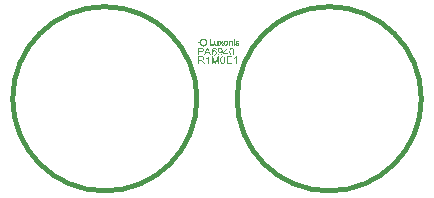
<source format=gto>
G04*
G04 #@! TF.GenerationSoftware,Altium Limited,Altium Designer,23.3.1 (30)*
G04*
G04 Layer_Color=65535*
%FSLAX44Y44*%
%MOMM*%
G71*
G04*
G04 #@! TF.SameCoordinates,065D5753-7B19-4784-9F45-B8A4711B8C0D*
G04*
G04*
G04 #@! TF.FilePolarity,Positive*
G04*
G01*
G75*
%ADD10C,0.4000*%
G36*
X166944Y135211D02*
X166949Y135206D01*
X166957Y135181D01*
X166960Y130972D01*
X166966Y130966D01*
X166980Y130963D01*
X169341Y130959D01*
X169353Y130947D01*
X169350Y129976D01*
X169341Y129967D01*
X169312Y129959D01*
X169297Y129963D01*
X168644D01*
X165847Y129967D01*
X165837Y129976D01*
X165834Y129990D01*
X165832Y135161D01*
X165836Y135190D01*
X165845Y135202D01*
X165854Y135211D01*
X165879Y135215D01*
X165921Y135213D01*
X166879Y135215D01*
X166890Y135211D01*
X166926Y135215D01*
X166944Y135211D01*
D02*
G37*
G36*
X186811D02*
X186865Y135208D01*
X186876Y135204D01*
X186900Y135199D01*
X186914Y135195D01*
X186957Y135188D01*
X186975Y135184D01*
X186994Y135177D01*
X187021Y135161D01*
X187046Y135154D01*
X187071Y135139D01*
X187078Y135132D01*
X187086Y135128D01*
X187118Y135110D01*
X187136Y135092D01*
X187143Y135089D01*
X187163Y135072D01*
X187225Y135011D01*
X187235Y134993D01*
X187244Y134980D01*
X187252Y134977D01*
X187279Y134928D01*
X187293Y134906D01*
X187302Y134868D01*
X187322Y134827D01*
X187329Y134798D01*
X187335Y134742D01*
X187338Y134699D01*
X187340Y134636D01*
X187336Y134625D01*
X187331Y134554D01*
X187327Y134525D01*
X187324Y134511D01*
X187317Y134493D01*
X187300Y134455D01*
X187297Y134441D01*
X187288Y134417D01*
X187268Y134390D01*
X187261Y134372D01*
X187257Y134365D01*
X187241Y134345D01*
X187232Y134336D01*
X187217Y134311D01*
X187161Y134255D01*
X187154Y134251D01*
X187134Y134235D01*
X187122Y134222D01*
X187089Y134204D01*
X187078Y134193D01*
X187060Y134186D01*
X187026Y134174D01*
X187021Y134168D01*
X187013Y134165D01*
X187010Y134161D01*
X187006D01*
X186988Y134154D01*
X186974Y134150D01*
X186943Y134145D01*
X186929Y134141D01*
X186887Y134129D01*
X186873Y134125D01*
X186826Y134121D01*
X186775Y134118D01*
X186764Y134121D01*
X186696Y134125D01*
X186685Y134129D01*
X186665Y134134D01*
X186634Y134143D01*
X186620Y134146D01*
X186569Y134157D01*
X186533Y134179D01*
X186499Y134192D01*
X186486Y134201D01*
X186479Y134208D01*
X186472Y134212D01*
X186439Y134229D01*
X186418Y134251D01*
X186411Y134255D01*
X186394Y134267D01*
X186391Y134275D01*
X186382Y134284D01*
X186374Y134287D01*
X186362Y134300D01*
X186358Y134307D01*
X186329Y134336D01*
X186311Y134368D01*
X186297Y134383D01*
X186284Y134417D01*
X186272Y134437D01*
X186257Y134470D01*
X186252Y134500D01*
X186241Y134529D01*
X186232Y134560D01*
X186225Y134610D01*
X186228Y134762D01*
X186232Y134773D01*
X186236Y134787D01*
X186243Y134805D01*
X186254Y134841D01*
X186257Y134856D01*
X186263Y134879D01*
X186277Y134901D01*
X186282Y134906D01*
X186295Y134941D01*
X186310Y134962D01*
X186322Y134975D01*
X186340Y135007D01*
X186362Y135029D01*
X186365Y135036D01*
X186382Y135052D01*
X186389Y135056D01*
X186398Y135065D01*
X186402Y135072D01*
X186407Y135078D01*
X186414Y135081D01*
X186447Y135107D01*
X186454Y135114D01*
X186494Y135135D01*
X186515Y135150D01*
X186560Y135166D01*
X186591Y135183D01*
X186620Y135190D01*
X186658Y135195D01*
X186687Y135202D01*
X186705Y135206D01*
X186726Y135210D01*
X186759Y135213D01*
X186800Y135215D01*
X186811Y135211D01*
D02*
G37*
G36*
X184339Y134042D02*
X184469Y134038D01*
X184479Y134035D01*
X184517Y134029D01*
X184535Y134026D01*
X184557Y134022D01*
X184575Y134018D01*
X184604Y134015D01*
X184636Y134011D01*
X184665Y134008D01*
X184683Y134004D01*
X184698Y134000D01*
X184761Y133981D01*
X184786Y133977D01*
X184810Y133972D01*
X184824Y133968D01*
X184869Y133948D01*
X184898Y133941D01*
X184918Y133935D01*
X184963Y133912D01*
X184992Y133905D01*
X185017Y133890D01*
X185035Y133879D01*
X185075Y133865D01*
X185095Y133849D01*
X185115Y133840D01*
X185138Y133831D01*
X185158Y133811D01*
X185176Y133804D01*
X185201Y133789D01*
X185216Y133775D01*
X185248Y133757D01*
X185266Y133739D01*
X185273Y133735D01*
X185293Y133719D01*
X185302Y133710D01*
X185310Y133706D01*
X185342Y133681D01*
X185360Y133663D01*
X185367Y133659D01*
X185407Y133619D01*
X185414Y133616D01*
X185432Y133594D01*
X185459Y133567D01*
X185463Y133560D01*
X185488Y133535D01*
X185492Y133527D01*
X185517Y133495D01*
X185528Y133484D01*
X185539Y133466D01*
X185557Y133448D01*
X185575Y133416D01*
X185582Y133408D01*
X185586Y133401D01*
X185593Y133394D01*
X185600Y133376D01*
X185611Y133358D01*
X185622Y133347D01*
X185625Y133340D01*
X185636Y133315D01*
X185647Y133296D01*
X185662Y133275D01*
X185674Y133240D01*
X185687Y133221D01*
X185701Y133188D01*
X185705Y133174D01*
X185714Y133150D01*
X185719Y133145D01*
X185723Y133138D01*
X185734Y133112D01*
X185743Y133075D01*
X185750Y133056D01*
X185766Y133019D01*
X185774Y132975D01*
X185777Y132961D01*
X185802Y132881D01*
X185806Y132845D01*
X185815Y132786D01*
X185822Y132750D01*
X185826Y132735D01*
X185829Y132713D01*
X185835Y132665D01*
X185838Y132629D01*
X185842Y132452D01*
X185838Y129972D01*
X185833Y129967D01*
X185815Y129959D01*
X185768Y129963D01*
X184752Y129961D01*
X184739Y129970D01*
X184734Y129976D01*
X184730Y130022D01*
X184727Y132383D01*
X184723Y132394D01*
X184719Y132423D01*
X184716Y132434D01*
X184705Y132470D01*
X184701Y132484D01*
X184696Y132519D01*
X184692Y132537D01*
X184683Y132560D01*
X184665Y132600D01*
X184662Y132614D01*
X184653Y132638D01*
X184644Y132650D01*
X184636Y132657D01*
X184627Y132681D01*
X184620Y132699D01*
X184611Y132708D01*
X184608Y132715D01*
X184600Y132723D01*
X184597Y132730D01*
X184582Y132755D01*
X184561Y132777D01*
X184550Y132795D01*
X184544Y132800D01*
X184537Y132804D01*
X184528Y132813D01*
X184524Y132820D01*
X184505Y132840D01*
X184497Y132843D01*
X184488Y132856D01*
X184479Y132865D01*
X184472Y132869D01*
X184452Y132885D01*
X184440Y132898D01*
X184407Y132916D01*
X184393Y132930D01*
X184375Y132937D01*
X184351Y132946D01*
X184339Y132959D01*
X184331Y132963D01*
X184313Y132970D01*
X184299Y132973D01*
X184275Y132982D01*
X184248Y132999D01*
X184225Y133004D01*
X184207Y133008D01*
X184185Y133011D01*
X184156Y133019D01*
X184138Y133026D01*
X184124Y133029D01*
X184106Y133033D01*
X184057Y133038D01*
X184010Y133042D01*
X183826Y133038D01*
X183815Y133035D01*
X183781Y133029D01*
X183729Y133013D01*
X183714Y133010D01*
X183683Y133004D01*
X183669Y133000D01*
X183651Y132993D01*
X183624Y132977D01*
X183601Y132972D01*
X183586Y132968D01*
X183566Y132955D01*
X183559Y132948D01*
X183534Y132937D01*
X183510Y132928D01*
X183494Y132912D01*
X183487Y132908D01*
X183454Y132890D01*
X183436Y132872D01*
X183429Y132869D01*
X183409Y132852D01*
X183393Y132836D01*
X183386Y132833D01*
X183341Y132788D01*
X183337Y132780D01*
X183312Y132755D01*
X183308Y132748D01*
X183292Y132728D01*
X183286Y132726D01*
X183283Y132719D01*
X183268Y132694D01*
X183252Y132674D01*
X183243Y132654D01*
X183236Y132636D01*
X183232Y132629D01*
X183221Y132618D01*
X183218Y132611D01*
X183211Y132593D01*
X183203Y132564D01*
X183178Y132510D01*
X183174Y132484D01*
X183171Y132470D01*
X183167Y132434D01*
X183164Y132423D01*
X183160Y132409D01*
X183157Y132383D01*
X183153Y132369D01*
X183149Y132300D01*
X183146Y129979D01*
X183137Y129967D01*
X183122Y129963D01*
X182043Y129967D01*
X182034Y129976D01*
X182030Y130012D01*
Y132138D01*
Y132141D01*
X182034Y133932D01*
X182043Y133941D01*
X182068Y133944D01*
X183075Y133941D01*
X183092Y133928D01*
X183095Y133914D01*
X183092Y133856D01*
X183095Y133610D01*
X183104Y133602D01*
X183126Y133605D01*
X183138Y133618D01*
X183142Y133625D01*
X183151Y133634D01*
X183158Y133638D01*
X183167Y133647D01*
X183171Y133654D01*
X183176Y133659D01*
X183184Y133663D01*
X183203Y133679D01*
X183220Y133695D01*
X183227Y133699D01*
X183247Y133715D01*
X183259Y133728D01*
X183292Y133746D01*
X183301Y133751D01*
X183303Y133757D01*
X183310Y133760D01*
X183342Y133778D01*
X183360Y133796D01*
X183379Y133804D01*
X183411Y133822D01*
X183422Y133833D01*
X183456Y133845D01*
X183476Y133858D01*
X183494Y133869D01*
X183508Y133872D01*
X183532Y133881D01*
X183537Y133887D01*
X183545Y133890D01*
X183563Y133901D01*
X183577Y133905D01*
X183602Y133912D01*
X183656Y133937D01*
X183685Y133944D01*
X183705Y133950D01*
X183723Y133957D01*
X183754Y133970D01*
X183768Y133973D01*
X183794Y133977D01*
X183808Y133981D01*
X183832Y133986D01*
X183884Y134002D01*
X183898Y134006D01*
X183923Y134009D01*
X183960Y134013D01*
X184019Y134022D01*
X184041Y134026D01*
X184059Y134029D01*
X184081Y134033D01*
X184109Y134036D01*
X184153Y134040D01*
X184304Y134044D01*
X184328Y134045D01*
X184339Y134042D01*
D02*
G37*
G36*
X160598Y135839D02*
X160742Y135836D01*
X160753Y135832D01*
X160809Y135827D01*
X160831Y135823D01*
X160905Y135814D01*
X160930Y135810D01*
X161015Y135805D01*
X161037Y135801D01*
X161051Y135798D01*
X161071Y135793D01*
X161085Y135789D01*
X161111Y135782D01*
X161136Y135778D01*
X161172Y135774D01*
X161224Y135765D01*
X161242Y135758D01*
X161284Y135746D01*
X161309Y135742D01*
X161324Y135738D01*
X161360Y135735D01*
X161407Y135713D01*
X161421Y135709D01*
X161446Y135706D01*
X161461Y135702D01*
X161488Y135697D01*
X161519Y135681D01*
X161544Y135673D01*
X161558Y135670D01*
X161585Y135664D01*
X161645Y135637D01*
X161676Y135632D01*
X161694Y135625D01*
X161699Y135619D01*
X161706Y135616D01*
X161739Y135601D01*
X161766Y135596D01*
X161784Y135589D01*
X161789Y135583D01*
X161796Y135580D01*
X161829Y135565D01*
X161852Y135560D01*
X161865Y135551D01*
X161872Y135543D01*
X161898Y135533D01*
X161921Y135527D01*
X161934Y135522D01*
X161954Y135506D01*
X161977Y135497D01*
X161997Y135491D01*
X162002Y135486D01*
X162010Y135482D01*
X162020Y135471D01*
X162038Y135464D01*
X162053Y135460D01*
X162078Y135446D01*
X162089Y135435D01*
X162107Y135428D01*
X162130Y135419D01*
X162147Y135403D01*
X162154Y135399D01*
X162190Y135385D01*
X162201Y135374D01*
X162208Y135370D01*
X162215Y135363D01*
X162239Y135354D01*
X162251Y135345D01*
X162262Y135334D01*
X162269Y135330D01*
X162309Y135309D01*
X162323Y135294D01*
X162363Y135273D01*
X162374Y135262D01*
X162381Y135258D01*
X162407Y135244D01*
X162428Y135222D01*
X162453Y135208D01*
X162468Y135193D01*
X162500Y135175D01*
X162522Y135154D01*
X162547Y135139D01*
X162553Y135134D01*
X162556Y135126D01*
X162578Y135112D01*
X162591Y135103D01*
X162612Y135081D01*
X162619Y135078D01*
X162639Y135062D01*
X162656Y135045D01*
X162663Y135042D01*
X162683Y135026D01*
X162699Y135009D01*
X162706Y135006D01*
X162735Y134977D01*
X162742Y134973D01*
X162775Y134941D01*
X162782Y134937D01*
X162791Y134928D01*
X162795Y134921D01*
X162807Y134908D01*
X162814Y134905D01*
X162831Y134888D01*
X162834Y134881D01*
X162840Y134876D01*
X162847Y134872D01*
X162863Y134856D01*
X162867Y134849D01*
X162879Y134836D01*
X162887Y134832D01*
X162896Y134823D01*
X162899Y134816D01*
X162935Y134780D01*
X162939Y134773D01*
X162944Y134767D01*
X162952Y134764D01*
X162961Y134755D01*
X162964Y134747D01*
X162980Y134728D01*
X162997Y134711D01*
X163000Y134704D01*
X163008Y134697D01*
X163011Y134690D01*
X163033Y134668D01*
X163036Y134661D01*
X163044Y134654D01*
X163047Y134647D01*
X163069Y134625D01*
X163072Y134618D01*
X163089Y134598D01*
X163101Y134585D01*
X163105Y134578D01*
X163121Y134558D01*
X163134Y134545D01*
X163137Y134538D01*
X163155Y134513D01*
X163166Y134502D01*
X163184Y134470D01*
X163202Y134452D01*
X163221Y134419D01*
X163239Y134401D01*
X163246Y134383D01*
X163249Y134376D01*
X163266Y134356D01*
X163275Y134347D01*
X163284Y134323D01*
X163289Y134318D01*
X163293Y134311D01*
X163304Y134300D01*
X163307Y134293D01*
X163325Y134260D01*
X163341Y134240D01*
X163352Y134212D01*
X163365Y134195D01*
X163368Y134188D01*
X163376Y134181D01*
X163383Y134163D01*
X163397Y134137D01*
X163412Y134116D01*
X163424Y134081D01*
X163433Y134069D01*
X163441Y134062D01*
X163448Y134044D01*
X163461Y134009D01*
X163473Y133997D01*
X163484Y133972D01*
X163488Y133957D01*
X163506Y133925D01*
X163520Y133892D01*
X163526Y133872D01*
X163531Y133860D01*
X163549Y133834D01*
X163556Y133805D01*
X163562Y133786D01*
X163585Y133740D01*
X163596Y133697D01*
X163610Y133672D01*
X163621Y133647D01*
X163627Y133616D01*
X163630Y133598D01*
X163641Y133576D01*
X163654Y133553D01*
X163657Y133538D01*
X163664Y133491D01*
X163672Y133473D01*
X163686Y133441D01*
X163690Y133426D01*
X163693Y133401D01*
X163702Y133360D01*
X163717Y133320D01*
X163722Y133300D01*
X163726Y133275D01*
X163729Y133260D01*
X163735Y133219D01*
X163742Y133190D01*
X163748Y133170D01*
X163758Y133127D01*
X163766Y133055D01*
X163771Y133010D01*
X163778Y132966D01*
X163782Y132948D01*
X163785Y132934D01*
X163789Y132916D01*
X163794Y132867D01*
X163798Y132788D01*
X163802Y132643D01*
X163805Y132520D01*
X163802Y132398D01*
X163796Y132237D01*
X163793Y132190D01*
X163785Y132143D01*
X163782Y132129D01*
X163775Y132093D01*
X163769Y132044D01*
X163766Y132029D01*
X163760Y131963D01*
X163757Y131941D01*
X163749Y131912D01*
X163740Y131882D01*
X163733Y131853D01*
X163729Y131817D01*
X163726Y131791D01*
X163722Y131777D01*
X163710Y131742D01*
X163701Y131712D01*
X163693Y131669D01*
X163688Y131645D01*
X163677Y131616D01*
X163668Y131596D01*
X163661Y131567D01*
X163655Y131533D01*
X163648Y131515D01*
X163632Y131488D01*
X163627Y131465D01*
X163623Y131443D01*
X163619Y131425D01*
X163612Y131407D01*
X163607Y131401D01*
X163603Y131394D01*
X163592Y131369D01*
X163583Y131331D01*
X163565Y131302D01*
X163560Y131286D01*
X163549Y131243D01*
X163533Y131223D01*
X163524Y131203D01*
X163518Y131179D01*
X163511Y131161D01*
X163506Y131156D01*
X163502Y131149D01*
X163495Y131142D01*
X163488Y131116D01*
X163479Y131093D01*
X163470Y131080D01*
X163455Y131059D01*
X163450Y131039D01*
X163442Y131021D01*
X163437Y131015D01*
X163433Y131008D01*
X163426Y131001D01*
X163419Y130983D01*
X163410Y130959D01*
X163401Y130947D01*
X163394Y130939D01*
X163390Y130932D01*
X163379Y130907D01*
X163368Y130889D01*
X163358Y130878D01*
X163354Y130871D01*
X163347Y130853D01*
X163332Y130828D01*
X163322Y130817D01*
X163318Y130809D01*
X163296Y130770D01*
X163286Y130759D01*
X163264Y130719D01*
X163249Y130705D01*
Y130701D01*
X163248Y130699D01*
X163231Y130669D01*
X163217Y130654D01*
X163213Y130647D01*
X163190Y130613D01*
X163184Y130611D01*
X163181Y130604D01*
X163166Y130578D01*
X163152Y130564D01*
X163148Y130557D01*
X163141Y130549D01*
X163127Y130524D01*
X163105Y130503D01*
X163094Y130485D01*
X163072Y130463D01*
X163062Y130445D01*
X163040Y130423D01*
X163036Y130416D01*
X163020Y130396D01*
X163004Y130380D01*
X163000Y130373D01*
X162993Y130365D01*
X162990Y130358D01*
X162968Y130337D01*
X162964Y130329D01*
X162928Y130293D01*
X162924Y130286D01*
X162912Y130273D01*
X162905Y130270D01*
X162899Y130264D01*
X162896Y130257D01*
X162859Y130221D01*
X162856Y130214D01*
X162847Y130205D01*
X162840Y130201D01*
X162827Y130189D01*
X162823Y130181D01*
X162818Y130176D01*
X162811Y130172D01*
X162771Y130133D01*
X162764Y130129D01*
X162759Y130124D01*
X162755Y130116D01*
X162742Y130104D01*
X162735Y130100D01*
X162706Y130071D01*
X162699Y130068D01*
X162692Y130060D01*
X162684Y130057D01*
X162663Y130035D01*
X162656Y130031D01*
X162648Y130024D01*
X162641Y130021D01*
X162619Y129999D01*
X162612Y129995D01*
X162592Y129979D01*
X162576Y129963D01*
X162558Y129952D01*
X162537Y129930D01*
X162518Y129920D01*
X162500Y129902D01*
X162493Y129898D01*
X162468Y129884D01*
X162450Y129866D01*
X162443Y129862D01*
X162417Y129847D01*
X162412Y129842D01*
X162410Y129837D01*
X162403Y129833D01*
X162396Y129826D01*
X162370Y129811D01*
X162360Y129801D01*
X162352Y129797D01*
X162313Y129775D01*
X162298Y129761D01*
X162259Y129739D01*
X162248Y129728D01*
X162222Y129718D01*
X162215Y129714D01*
X162195Y129698D01*
X162190Y129692D01*
X162176Y129689D01*
X162143Y129671D01*
X162132Y129660D01*
X162096Y129645D01*
X162089Y129642D01*
X162082Y129635D01*
X162075Y129631D01*
X162067Y129624D01*
X162022Y129607D01*
X162013Y129598D01*
X162006Y129595D01*
X161999Y129587D01*
X161984Y129584D01*
X161961Y129575D01*
X161941Y129562D01*
X161934Y129555D01*
X161908Y129548D01*
X161894Y129544D01*
X161869Y129530D01*
X161861Y129523D01*
X161843Y129515D01*
X161820Y129510D01*
X161802Y129503D01*
X161789Y129494D01*
X161757Y129479D01*
X161730Y129474D01*
X161712Y129467D01*
X161699Y129458D01*
X161674Y129447D01*
X161659Y129443D01*
X161636Y129438D01*
X161618Y129431D01*
X161573Y129411D01*
X161548Y129407D01*
X161533Y129403D01*
X161486Y129382D01*
X161457Y129375D01*
X161423Y129369D01*
X161409Y129366D01*
X161369Y129347D01*
X161354Y129344D01*
X161336Y129340D01*
X161307Y129337D01*
X161273Y129331D01*
X161255Y129324D01*
X161232Y129315D01*
X161203Y129308D01*
X161138Y129301D01*
X161098Y129293D01*
X161084Y129290D01*
X161064Y129284D01*
X161020Y129274D01*
X160963Y129270D01*
X160900Y129264D01*
X160871Y129261D01*
X160849Y129257D01*
X160800Y129252D01*
X160786Y129248D01*
X160686Y129239D01*
X160338Y129237D01*
X160327Y129241D01*
X160253Y129247D01*
X160221Y129250D01*
X160174Y129257D01*
X160152Y129261D01*
X160120Y129264D01*
X160077Y129268D01*
X159993Y129275D01*
X159975Y129279D01*
X159932Y129290D01*
X159912Y129295D01*
X159887Y129299D01*
X159873Y129302D01*
X159820Y129308D01*
X159802Y129311D01*
X159788Y129315D01*
X159759Y129326D01*
X159728Y129335D01*
X159692Y129339D01*
X159678Y129342D01*
X159654Y129347D01*
X159636Y129355D01*
X159606Y129367D01*
X159580Y129371D01*
X159566Y129375D01*
X159539Y129380D01*
X159497Y129400D01*
X159468Y129407D01*
X159430Y129416D01*
X159400Y129432D01*
X159375Y129440D01*
X159360Y129443D01*
X159340Y129449D01*
X159327Y129454D01*
X159306Y129468D01*
X159281Y129476D01*
X159266Y129479D01*
X159243Y129488D01*
X159221Y129503D01*
X159205Y129508D01*
X159179Y129515D01*
X159162Y129523D01*
X159136Y129541D01*
X159107Y129548D01*
X159082Y129562D01*
X159060Y129577D01*
X159046Y129580D01*
X159023Y129589D01*
X159010Y129598D01*
X159003Y129606D01*
X158985Y129613D01*
X158956Y129624D01*
X158936Y129640D01*
X158916Y129649D01*
X158893Y129658D01*
X158880Y129667D01*
X158869Y129678D01*
X158851Y129685D01*
X158819Y129703D01*
X158808Y129714D01*
X158790Y129721D01*
X158772Y129732D01*
X158764Y129739D01*
X158757Y129743D01*
X158750Y129750D01*
X158736Y129754D01*
X158710Y129772D01*
X158700Y129782D01*
X158667Y129801D01*
X158647Y129817D01*
X158616Y129833D01*
X158595Y129855D01*
X158569Y129869D01*
X158555Y129884D01*
X158548Y129887D01*
X158523Y129902D01*
X158510Y129911D01*
X158506Y129918D01*
X158485Y129932D01*
X158472Y129941D01*
X158450Y129963D01*
X158432Y129974D01*
X158414Y129992D01*
X158407Y129995D01*
X158400Y130003D01*
X158393Y130006D01*
X158371Y130028D01*
X158364Y130031D01*
X158357Y130039D01*
X158349Y130042D01*
X158324Y130068D01*
X158317Y130071D01*
X158304Y130080D01*
X158301Y130087D01*
X158288Y130100D01*
X158281Y130104D01*
X158245Y130140D01*
X158237Y130143D01*
X158228Y130153D01*
X158225Y130160D01*
X158216Y130169D01*
X158209Y130172D01*
X158189Y130192D01*
X158185Y130199D01*
X158173Y130208D01*
X158156Y130225D01*
X158153Y130232D01*
X158147Y130237D01*
X158140Y130241D01*
X158124Y130257D01*
X158120Y130264D01*
X158104Y130281D01*
X158098Y130282D01*
X158095Y130290D01*
X158088Y130297D01*
X158084Y130304D01*
X158075Y130313D01*
X158068Y130317D01*
X158062Y130322D01*
X158059Y130329D01*
X158052Y130337D01*
X158048Y130344D01*
X158023Y130369D01*
X158019Y130376D01*
X157997Y130398D01*
X157994Y130405D01*
X157987Y130412D01*
X157983Y130420D01*
X157967Y130439D01*
X157950Y130456D01*
X157947Y130463D01*
X157931Y130483D01*
X157923Y130486D01*
X157905Y130515D01*
X157886Y130535D01*
X157871Y130560D01*
X157855Y130580D01*
X157849Y130586D01*
X157835Y130611D01*
X157817Y130629D01*
X157799Y130661D01*
X157784Y130676D01*
X157763Y130716D01*
X157748Y130730D01*
X157727Y130770D01*
X157716Y130780D01*
X157705Y130806D01*
X157701Y130813D01*
X157692Y130826D01*
X157685Y130829D01*
X157669Y130867D01*
X157665Y130874D01*
X157651Y130889D01*
X157647Y130896D01*
X157636Y130921D01*
X157622Y130947D01*
X157611Y130957D01*
X157604Y130976D01*
X157598Y130995D01*
X157593Y131001D01*
X157590Y131008D01*
X157582Y131015D01*
X157579Y131022D01*
X157568Y131048D01*
X157564Y131062D01*
X157539Y131098D01*
X157532Y131127D01*
X157517Y131152D01*
X157503Y131174D01*
X157497Y131201D01*
X157490Y131219D01*
X157485Y131224D01*
X157481Y131232D01*
X157474Y131239D01*
X157467Y131264D01*
X157461Y131288D01*
X157454Y131306D01*
X157445Y131315D01*
X157438Y131333D01*
X157431Y131358D01*
X157425Y131382D01*
X157402Y131427D01*
X157396Y131450D01*
X157393Y131472D01*
X157386Y131490D01*
X157366Y131535D01*
X157362Y131560D01*
X157359Y131575D01*
X157353Y131594D01*
X157346Y131613D01*
X157337Y131632D01*
X157330Y131658D01*
X157326Y131694D01*
X157322Y131708D01*
X157317Y131728D01*
X157310Y131746D01*
X157301Y131770D01*
X157297Y131784D01*
X157294Y131809D01*
X157288Y131854D01*
X157284Y131873D01*
X157277Y131890D01*
X157270Y131898D01*
X157252Y131905D01*
X157227Y131909D01*
X156301Y131907D01*
X156290Y131918D01*
X156286Y131943D01*
X156290Y131954D01*
X156288Y133150D01*
X156292Y133165D01*
X156310Y133172D01*
X156355Y133170D01*
X157212Y133172D01*
X157223Y133168D01*
X157238Y133172D01*
X157259Y133175D01*
X157279Y133192D01*
X157286Y133210D01*
X157290Y133246D01*
X157294Y133271D01*
X157299Y133306D01*
X157306Y133323D01*
X157319Y133354D01*
X157326Y133398D01*
X157331Y133428D01*
X157335Y133443D01*
X157355Y133488D01*
X157359Y133502D01*
X157362Y133527D01*
X157366Y133542D01*
X157371Y133562D01*
X157376Y133567D01*
X157391Y133600D01*
X157400Y133641D01*
X157404Y133656D01*
X157427Y133701D01*
X157436Y133742D01*
X157463Y133795D01*
X157472Y133833D01*
X157485Y133852D01*
X157499Y133885D01*
X157505Y133905D01*
X157517Y133925D01*
X157532Y133946D01*
X157537Y133973D01*
X157555Y134002D01*
X157564Y134018D01*
X157577Y134053D01*
X157586Y134065D01*
X157593Y134073D01*
X157604Y134098D01*
X157607Y134112D01*
X157636Y134156D01*
X157645Y134179D01*
X157654Y134192D01*
X157665Y134202D01*
X157673Y134221D01*
X157682Y134244D01*
X157701Y134264D01*
X157712Y134289D01*
X157716Y134296D01*
X157723Y134304D01*
X157727Y134311D01*
X157738Y134322D01*
X157746Y134345D01*
X157765Y134367D01*
X157774Y134376D01*
X157783Y134399D01*
X157792Y134408D01*
X157795Y134415D01*
X157806Y134426D01*
X157821Y134452D01*
X157826Y134461D01*
X157833Y134464D01*
X157858Y134504D01*
X157875Y134520D01*
X157878Y134527D01*
X157893Y134553D01*
X157905Y134562D01*
X157925Y134592D01*
X157950Y134618D01*
X157961Y134636D01*
X157983Y134657D01*
X157987Y134664D01*
X158003Y134684D01*
X158019Y134701D01*
X158023Y134708D01*
X158039Y134728D01*
X158059Y134747D01*
X158062Y134755D01*
X158091Y134784D01*
X158095Y134791D01*
X158108Y134803D01*
X158115Y134807D01*
X158120Y134812D01*
X158124Y134820D01*
X158131Y134827D01*
X158133Y134832D01*
X158140Y134836D01*
X158163Y134859D01*
X158167Y134867D01*
X158189Y134885D01*
X158196Y134892D01*
X158200Y134899D01*
X158205Y134905D01*
X158212Y134908D01*
X158248Y134944D01*
X158256Y134948D01*
X158265Y134957D01*
X158268Y134964D01*
X158277Y134973D01*
X158284Y134977D01*
X158313Y135006D01*
X158321Y135009D01*
X158328Y135016D01*
X158335Y135020D01*
X158357Y135042D01*
X158364Y135045D01*
X158371Y135052D01*
X158378Y135056D01*
X158404Y135081D01*
X158421Y135092D01*
X158443Y135114D01*
X158450Y135118D01*
X158470Y135134D01*
X158483Y135146D01*
X158490Y135150D01*
X158510Y135166D01*
X158523Y135179D01*
X158555Y135197D01*
X158573Y135215D01*
X158604Y135231D01*
X158607Y135238D01*
X158616Y135247D01*
X158656Y135269D01*
X158667Y135280D01*
X158674Y135283D01*
X158707Y135302D01*
X158712Y135307D01*
X158714Y135312D01*
X158721Y135316D01*
X158761Y135338D01*
X158772Y135349D01*
X158779Y135352D01*
X158819Y135374D01*
X158829Y135385D01*
X158865Y135399D01*
X158885Y135415D01*
X158891Y135421D01*
X158931Y135435D01*
X158950Y135451D01*
X158970Y135460D01*
X158994Y135470D01*
X159006Y135478D01*
X159028Y135493D01*
X159051Y135498D01*
X159080Y135516D01*
X159086Y135522D01*
X159104Y135529D01*
X159127Y135534D01*
X159156Y135553D01*
X159176Y135562D01*
X159190Y135565D01*
X159225Y135578D01*
X159234Y135587D01*
X159259Y135598D01*
X159297Y135607D01*
X159310Y135612D01*
X159331Y135626D01*
X159349Y135634D01*
X159380Y135639D01*
X159394Y135643D01*
X159432Y135663D01*
X159458Y135670D01*
X159485Y135675D01*
X159499Y135679D01*
X159541Y135699D01*
X159555Y135702D01*
X159593Y135708D01*
X159607Y135711D01*
X159625Y135718D01*
X159656Y135731D01*
X159670Y135735D01*
X159721Y135742D01*
X159744Y135747D01*
X159762Y135755D01*
X159804Y135767D01*
X159829Y135771D01*
X159844Y135774D01*
X159894Y135778D01*
X159905Y135782D01*
X159929Y135787D01*
X159943Y135791D01*
X159963Y135796D01*
X159977Y135800D01*
X160002Y135803D01*
X160017Y135807D01*
X160105Y135812D01*
X160142Y135816D01*
X160188Y135823D01*
X160207Y135827D01*
X160235Y135830D01*
X160275Y135834D01*
X160322Y135838D01*
X160416Y135841D01*
X160587Y135843D01*
X160598Y135839D01*
D02*
G37*
G36*
X189316Y134035D02*
X189461Y134031D01*
X189471Y134027D01*
X189551Y134020D01*
X189576Y134017D01*
X189643Y134011D01*
X189683Y134008D01*
X189726Y134000D01*
X189746Y133995D01*
X189771Y133988D01*
X189800Y133981D01*
X189867Y133972D01*
X189881Y133968D01*
X189899Y133961D01*
X189923Y133952D01*
X189948Y133944D01*
X189982Y133939D01*
X189997Y133935D01*
X190035Y133916D01*
X190063Y133908D01*
X190087Y133903D01*
X190105Y133896D01*
X190114Y133887D01*
X190139Y133876D01*
X190154Y133872D01*
X190174Y133867D01*
X190195Y133852D01*
X190201Y133847D01*
X190219Y133840D01*
X190233Y133836D01*
X190258Y133822D01*
X190266Y133814D01*
X190273Y133811D01*
X190291Y133804D01*
X190316Y133789D01*
X190327Y133778D01*
X190374Y133753D01*
X190388Y133739D01*
X190414Y133724D01*
X190432Y133706D01*
X190464Y133688D01*
X190486Y133666D01*
X190493Y133663D01*
X190513Y133647D01*
X190536Y133623D01*
X190544Y133619D01*
X190562Y133598D01*
X190569Y133591D01*
X190576Y133587D01*
X190581Y133582D01*
X190585Y133574D01*
X190592Y133567D01*
X190596Y133560D01*
X190601Y133554D01*
X190609Y133551D01*
X190614Y133546D01*
X190618Y133538D01*
X190636Y133513D01*
X190646Y133502D01*
X190650Y133495D01*
X190657Y133488D01*
X190672Y133462D01*
X190690Y133444D01*
X190697Y133426D01*
X190701Y133419D01*
X190711Y133408D01*
X190715Y133401D01*
X190722Y133394D01*
X190735Y133360D01*
X190740Y133354D01*
X190744Y133347D01*
X190755Y133336D01*
X190762Y133311D01*
X190771Y133287D01*
X190780Y133275D01*
X190795Y133242D01*
X190804Y133204D01*
X190816Y133181D01*
X190820Y133170D01*
X190811Y133154D01*
X190804Y133150D01*
X190785Y133143D01*
X190766Y133138D01*
X190720Y133114D01*
X190683Y133105D01*
X190665Y133098D01*
X190659Y133092D01*
X190634Y133082D01*
X190605Y133075D01*
X190585Y133069D01*
X190563Y133055D01*
X190540Y133046D01*
X190516Y133040D01*
X190502Y133037D01*
X190484Y133029D01*
X190479Y133024D01*
X190471Y133020D01*
X190446Y133010D01*
X190408Y133000D01*
X190363Y132977D01*
X190340Y132972D01*
X190325Y132968D01*
X190307Y132961D01*
X190280Y132944D01*
X190251Y132937D01*
X190231Y132932D01*
X190213Y132925D01*
X190208Y132919D01*
X190183Y132908D01*
X190154Y132901D01*
X190134Y132896D01*
X190112Y132881D01*
X190092Y132872D01*
X190054Y132863D01*
X190036Y132856D01*
X190006Y132840D01*
X189962Y132829D01*
X189930Y132811D01*
X189912Y132804D01*
X189888Y132802D01*
X189870Y132809D01*
X189860Y132834D01*
X189856Y132856D01*
X189838Y132881D01*
X189823Y132914D01*
X189813Y132932D01*
X189798Y132946D01*
X189784Y132972D01*
X189767Y132992D01*
X189758Y133000D01*
X189755Y133008D01*
X189744Y133019D01*
X189740Y133026D01*
X189735Y133031D01*
X189728Y133035D01*
X189695Y133067D01*
X189688Y133071D01*
X189656Y133096D01*
X189648Y133103D01*
X189601Y133129D01*
X189594Y133136D01*
X189576Y133143D01*
X189553Y133148D01*
X189526Y133161D01*
X189493Y133175D01*
X189434Y133184D01*
X189412Y133188D01*
X189394Y133192D01*
X189372Y133195D01*
X189354Y133199D01*
X189322Y133203D01*
X189255Y133204D01*
X189244Y133201D01*
X189175Y133197D01*
X189165Y133194D01*
X189134Y133188D01*
X189047Y133174D01*
X189029Y133167D01*
X189006Y133154D01*
X188988Y133147D01*
X188968Y133141D01*
X188946Y133123D01*
X188919Y133107D01*
X188912Y133103D01*
X188889Y133080D01*
X188885Y133073D01*
X188867Y133058D01*
X188863Y133051D01*
X188842Y133011D01*
X188827Y132990D01*
X188820Y132961D01*
X188815Y132908D01*
X188813Y132863D01*
X188816Y132852D01*
X188822Y132800D01*
X188825Y132786D01*
X188838Y132766D01*
X188853Y132744D01*
X188867Y132719D01*
X188923Y132663D01*
X188930Y132659D01*
X188963Y132634D01*
X189002Y132612D01*
X189013Y132602D01*
X189038Y132591D01*
X189058Y132585D01*
X189078Y132573D01*
X189111Y132558D01*
X189130Y132553D01*
X189149Y132546D01*
X189194Y132526D01*
X189208Y132522D01*
X189246Y132513D01*
X189287Y132493D01*
X189331Y132486D01*
X189345Y132483D01*
X189369Y132473D01*
X189387Y132466D01*
X189410Y132457D01*
X189435Y132454D01*
X189477Y132445D01*
X189497Y132436D01*
X189515Y132428D01*
X189544Y132421D01*
X189569Y132417D01*
X189583Y132414D01*
X189603Y132409D01*
X189621Y132401D01*
X189645Y132392D01*
X189674Y132385D01*
X189704Y132380D01*
X189719Y132376D01*
X189755Y132362D01*
X189771Y132356D01*
X189800Y132349D01*
X189831Y132344D01*
X189860Y132333D01*
X189879Y132324D01*
X189905Y132316D01*
X189919Y132313D01*
X189941Y132309D01*
X189988Y132288D01*
X190013Y132280D01*
X190036Y132275D01*
X190054Y132268D01*
X190082Y132252D01*
X190101Y132246D01*
X190119Y132242D01*
X190143Y132233D01*
X190165Y132219D01*
X190183Y132212D01*
X190206Y132206D01*
X190235Y132188D01*
X190255Y132179D01*
X190269Y132176D01*
X190302Y132158D01*
X190309Y132150D01*
X190327Y132143D01*
X190350Y132134D01*
X190388Y132107D01*
X190403Y132104D01*
X190428Y132085D01*
X190435Y132078D01*
X190475Y132057D01*
X190489Y132042D01*
X190515Y132028D01*
X190533Y132010D01*
X190540Y132006D01*
X190572Y131981D01*
X190583Y131970D01*
X190590Y131966D01*
X190610Y131950D01*
X190634Y131927D01*
X190641Y131923D01*
X190654Y131910D01*
X190657Y131903D01*
X190686Y131874D01*
X190690Y131867D01*
X190697Y131860D01*
X190701Y131853D01*
X190722Y131831D01*
X190726Y131824D01*
X190744Y131798D01*
X190758Y131784D01*
X190776Y131751D01*
X190787Y131741D01*
X190798Y131715D01*
X190812Y131690D01*
X190820Y131683D01*
X190823Y131676D01*
X190831Y131658D01*
X190843Y131623D01*
X190849Y131618D01*
X190852Y131611D01*
X190863Y131586D01*
X190867Y131571D01*
X190872Y131548D01*
X190883Y131526D01*
X190892Y131503D01*
X190899Y131474D01*
X190905Y131436D01*
X190908Y131418D01*
X190912Y131403D01*
X190915Y131385D01*
X190919Y131371D01*
X190923Y131349D01*
X190926Y131335D01*
X190932Y131286D01*
X190935Y131109D01*
X190930Y131003D01*
X190926Y130974D01*
X190919Y130938D01*
X190914Y130918D01*
X190906Y130889D01*
X190903Y130864D01*
X190899Y130849D01*
X190896Y130817D01*
X190892Y130806D01*
X190874Y130766D01*
X190867Y130741D01*
X190861Y130714D01*
X190850Y130692D01*
X190838Y130669D01*
X190831Y130643D01*
X190821Y130620D01*
X190812Y130611D01*
X190809Y130604D01*
X190795Y130571D01*
X190782Y130548D01*
X190776Y130546D01*
X190773Y130539D01*
X190766Y130532D01*
X190762Y130517D01*
X190726Y130466D01*
X190715Y130449D01*
X190697Y130430D01*
X190681Y130403D01*
X190674Y130400D01*
X190668Y130394D01*
X190665Y130387D01*
X190657Y130380D01*
X190654Y130373D01*
X190625Y130344D01*
X190621Y130337D01*
X190583Y130299D01*
X190576Y130295D01*
X190547Y130266D01*
X190540Y130263D01*
X190515Y130237D01*
X190497Y130226D01*
X190475Y130205D01*
X190450Y130190D01*
X190432Y130172D01*
X190392Y130151D01*
X190381Y130140D01*
X190334Y130115D01*
X190327Y130107D01*
X190320Y130104D01*
X190302Y130097D01*
X190278Y130087D01*
X190266Y130075D01*
X190258Y130071D01*
X190240Y130064D01*
X190206Y130051D01*
X190201Y130046D01*
X190193Y130042D01*
X190175Y130031D01*
X190161Y130028D01*
X190141Y130022D01*
X190123Y130015D01*
X190096Y129999D01*
X190072Y129994D01*
X190054Y129990D01*
X190040Y129986D01*
X189998Y129967D01*
X189970Y129959D01*
X189935Y129954D01*
X189896Y129939D01*
X189865Y129930D01*
X189851Y129927D01*
X189809Y129921D01*
X189766Y129914D01*
X189748Y129911D01*
X189704Y129900D01*
X189686Y129896D01*
X189638Y129891D01*
X189601Y129887D01*
X189524Y129882D01*
X189488Y129878D01*
X189466Y129874D01*
X189419Y129871D01*
X189343Y129867D01*
X189172Y129866D01*
X189161Y129869D01*
X189067Y129873D01*
X189056Y129876D01*
X188993Y129882D01*
X188943Y129885D01*
X188856Y129893D01*
X188827Y129896D01*
X188791Y129903D01*
X188760Y129912D01*
X188746Y129916D01*
X188721Y129920D01*
X188706Y129923D01*
X188663Y129927D01*
X188652Y129930D01*
X188632Y129936D01*
X188602Y129949D01*
X188573Y129956D01*
X188547Y129959D01*
X188524Y129965D01*
X188506Y129972D01*
X188468Y129988D01*
X188454Y129992D01*
X188430Y129997D01*
X188412Y130005D01*
X188371Y130024D01*
X188347Y130030D01*
X188329Y130037D01*
X188324Y130042D01*
X188316Y130046D01*
X188298Y130057D01*
X188270Y130064D01*
X188244Y130078D01*
X188237Y130086D01*
X188230Y130089D01*
X188212Y130097D01*
X188188Y130106D01*
X188176Y130118D01*
X188169Y130122D01*
X188143Y130133D01*
X188125Y130143D01*
X188114Y130154D01*
X188107Y130158D01*
X188067Y130180D01*
X188053Y130194D01*
X188046Y130198D01*
X188020Y130216D01*
X188006Y130230D01*
X187981Y130245D01*
X187963Y130263D01*
X187955Y130266D01*
X187925Y130290D01*
X187921Y130297D01*
X187905Y130309D01*
X187898Y130313D01*
X187889Y130322D01*
X187885Y130329D01*
X187876Y130338D01*
X187869Y130342D01*
X187849Y130362D01*
X187845Y130369D01*
X187840Y130374D01*
X187833Y130378D01*
X187820Y130391D01*
X187817Y130398D01*
X187788Y130427D01*
X187784Y130434D01*
X187768Y130457D01*
X187762Y130459D01*
X187759Y130466D01*
X187748Y130477D01*
X187733Y130503D01*
X187715Y130521D01*
X187701Y130546D01*
X187687Y130560D01*
X187683Y130568D01*
X187661Y130607D01*
X187651Y130618D01*
X187643Y130636D01*
X187625Y130669D01*
X187618Y130676D01*
X187611Y130694D01*
Y130697D01*
X187607Y130708D01*
X187589Y130741D01*
X187582Y130748D01*
X187571Y130784D01*
X187542Y130845D01*
X187533Y130883D01*
X187528Y130900D01*
X187531Y130918D01*
X187537Y130923D01*
X187555Y130930D01*
X187575Y130936D01*
X187609Y130956D01*
X187652Y130966D01*
X187676Y130976D01*
X187681Y130981D01*
X187688Y130984D01*
X187714Y130995D01*
X187752Y131004D01*
X187797Y131028D01*
X187820Y131033D01*
X187834Y131037D01*
X187853Y131044D01*
X187880Y131060D01*
X187909Y131067D01*
X187928Y131073D01*
X187946Y131080D01*
X187952Y131086D01*
X187977Y131096D01*
X188006Y131104D01*
X188026Y131109D01*
X188048Y131124D01*
X188071Y131132D01*
X188094Y131138D01*
X188109Y131142D01*
X188140Y131158D01*
X188165Y131169D01*
X188203Y131178D01*
X188248Y131201D01*
X188271Y131207D01*
X188286Y131210D01*
X188304Y131217D01*
X188331Y131234D01*
X188360Y131241D01*
X188380Y131246D01*
X188439Y131273D01*
X188464Y131270D01*
X188473Y131261D01*
X188479Y131230D01*
X188482Y131215D01*
X188497Y131194D01*
X188506Y131174D01*
X188510Y131160D01*
X188517Y131142D01*
X188533Y131122D01*
X188542Y131102D01*
X188560Y131069D01*
X188575Y131055D01*
X188589Y131030D01*
X188611Y131008D01*
X188614Y131001D01*
X188621Y130993D01*
X188625Y130986D01*
X188681Y130930D01*
X188688Y130927D01*
X188696Y130920D01*
X188703Y130916D01*
X188721Y130898D01*
X188728Y130894D01*
X188753Y130876D01*
X188764Y130865D01*
X188789Y130855D01*
X188797Y130851D01*
X188816Y130835D01*
X188836Y130826D01*
X188856Y130820D01*
X188885Y130802D01*
X188908Y130793D01*
X188932Y130788D01*
X188950Y130784D01*
X188968Y130777D01*
X189006Y130761D01*
X189040Y130755D01*
X189073Y130752D01*
X189116Y130744D01*
X189152Y130737D01*
X189201Y130732D01*
X189215Y130728D01*
X189322Y130726D01*
X189380Y130730D01*
X189412Y130734D01*
X189448Y130741D01*
X189463Y130744D01*
X189480Y130748D01*
X189524Y130755D01*
X189558Y130761D01*
X189591Y130779D01*
X189609Y130786D01*
X189629Y130791D01*
X189641Y130797D01*
X189661Y130813D01*
X189692Y130829D01*
X189712Y130845D01*
X189728Y130862D01*
X189735Y130865D01*
X189751Y130882D01*
X189755Y130889D01*
X189780Y130921D01*
X189795Y130954D01*
X189804Y130977D01*
X189813Y130993D01*
X189820Y131019D01*
X189823Y131044D01*
X189820Y131167D01*
X189791Y131228D01*
X189776Y131253D01*
X189766Y131264D01*
X189762Y131271D01*
X189744Y131297D01*
X189728Y131313D01*
X189722Y131315D01*
X189719Y131322D01*
X189702Y131338D01*
X189695Y131342D01*
X189663Y131367D01*
X189656Y131374D01*
X189623Y131392D01*
X189598Y131410D01*
X189583Y131414D01*
X189558Y131428D01*
X189551Y131436D01*
X189526Y131447D01*
X189506Y131452D01*
X189488Y131459D01*
X189479Y131468D01*
X189454Y131479D01*
X189430Y131484D01*
X189416Y131488D01*
X189370Y131511D01*
X189356Y131515D01*
X189333Y131521D01*
X189318Y131524D01*
X189266Y131548D01*
X189210Y131560D01*
X189192Y131567D01*
X189154Y131584D01*
X189123Y131589D01*
X189105Y131593D01*
X189087Y131600D01*
X189049Y131616D01*
X189018Y131622D01*
X189000Y131625D01*
X188986Y131629D01*
X188941Y131649D01*
X188912Y131656D01*
X188885Y131661D01*
X188856Y131672D01*
X188836Y131681D01*
X188811Y131688D01*
X188784Y131694D01*
X188769Y131697D01*
X188757Y131703D01*
X188717Y131721D01*
X188703Y131725D01*
X188681Y131728D01*
X188627Y131753D01*
X188598Y131761D01*
X188576Y131764D01*
X188540Y131786D01*
X188515Y131793D01*
X188500Y131797D01*
X188477Y131806D01*
X188472Y131811D01*
X188464Y131815D01*
X188432Y131829D01*
X188412Y131835D01*
X188392Y131847D01*
X188353Y131865D01*
X188338Y131869D01*
X188318Y131885D01*
X188280Y131901D01*
X188262Y131912D01*
X188251Y131923D01*
X188226Y131934D01*
X188201Y131948D01*
X188186Y131963D01*
X188154Y131981D01*
X188147Y131988D01*
X188140Y131992D01*
X188132Y131999D01*
X188100Y132017D01*
X188082Y132035D01*
X188075Y132038D01*
X188055Y132055D01*
X188053Y132060D01*
X188046Y132064D01*
X188039Y132071D01*
X188031Y132075D01*
X187995Y132111D01*
X187990Y132113D01*
X187986Y132120D01*
X187966Y132140D01*
X187959Y132143D01*
X187941Y132168D01*
X187934Y132172D01*
X187921Y132185D01*
X187910Y132203D01*
X187889Y132224D01*
X187874Y132250D01*
X187860Y132264D01*
X187834Y132311D01*
X187824Y132322D01*
X187808Y132367D01*
X187802Y132372D01*
X187799Y132380D01*
X187791Y132387D01*
X187780Y132423D01*
X187777Y132437D01*
X187752Y132492D01*
X187748Y132517D01*
X187744Y132531D01*
X187735Y132569D01*
X187732Y132584D01*
X187726Y132603D01*
X187723Y132618D01*
X187719Y132643D01*
X187715Y132657D01*
X187712Y132737D01*
X187708Y132878D01*
X187712Y132889D01*
X187715Y133000D01*
X187719Y133011D01*
X187723Y133040D01*
X187730Y133058D01*
X187733Y133073D01*
X187741Y133098D01*
X187744Y133123D01*
X187748Y133138D01*
X187753Y133168D01*
X187761Y133186D01*
X187777Y133224D01*
X187780Y133239D01*
X187786Y133259D01*
X187793Y133277D01*
X187802Y133286D01*
X187813Y133311D01*
X187826Y133345D01*
X187831Y133351D01*
X187834Y133358D01*
X187842Y133365D01*
X187849Y133383D01*
X187867Y133416D01*
X187878Y133426D01*
X187899Y133466D01*
X187914Y133481D01*
X187918Y133488D01*
X187936Y133513D01*
X187946Y133524D01*
X187950Y133531D01*
X187966Y133554D01*
X187973Y133558D01*
X187986Y133571D01*
X187990Y133578D01*
X188046Y133634D01*
X188053Y133638D01*
X188062Y133647D01*
X188066Y133654D01*
X188071Y133659D01*
X188078Y133663D01*
X188098Y133679D01*
X188114Y133695D01*
X188140Y133710D01*
X188158Y133728D01*
X188190Y133746D01*
X188208Y133764D01*
X188226Y133771D01*
X188244Y133782D01*
X188255Y133793D01*
X188262Y133796D01*
X188280Y133804D01*
X188313Y133822D01*
X188324Y133833D01*
X188344Y133838D01*
X188372Y133849D01*
X188385Y133861D01*
X188403Y133869D01*
X188417Y133872D01*
X188452Y133885D01*
X188457Y133890D01*
X188464Y133894D01*
X188490Y133905D01*
X188531Y133914D01*
X188549Y133921D01*
X188587Y133937D01*
X188602Y133941D01*
X188643Y133950D01*
X188672Y133961D01*
X188703Y133970D01*
X188746Y133977D01*
X188771Y133981D01*
X188795Y133986D01*
X188853Y134000D01*
X188871Y134004D01*
X188919Y134009D01*
X188944Y134013D01*
X189029Y134018D01*
X189058Y134022D01*
X189139Y134031D01*
X189268Y134036D01*
X189305Y134038D01*
X189316Y134035D01*
D02*
G37*
G36*
X177776Y133941D02*
X177785Y133932D01*
X177782Y133914D01*
X177771Y133903D01*
X177767Y133896D01*
X177742Y133870D01*
X177738Y133863D01*
X177719Y133833D01*
X177711Y133829D01*
X177686Y133789D01*
X177673Y133777D01*
X177670Y133769D01*
X177646Y133735D01*
X177639Y133731D01*
X177617Y133695D01*
X177610Y133692D01*
X177605Y133686D01*
X177601Y133679D01*
X177587Y133654D01*
X177569Y133636D01*
X177565Y133629D01*
X177545Y133598D01*
X177538Y133594D01*
X177533Y133589D01*
X177529Y133582D01*
X177511Y133556D01*
X177500Y133546D01*
X177497Y133538D01*
X177482Y133513D01*
X177464Y133495D01*
X177460Y133488D01*
X177442Y133462D01*
X177428Y133448D01*
X177424Y133441D01*
X177406Y133416D01*
X177395Y133405D01*
X177392Y133398D01*
X177377Y133372D01*
X177359Y133354D01*
X177356Y133347D01*
X177338Y133322D01*
X177323Y133307D01*
X177320Y133300D01*
X177302Y133275D01*
X177295Y133268D01*
X177291Y133260D01*
X177276Y133239D01*
X177273Y133231D01*
X177255Y133213D01*
X177251Y133206D01*
X177233Y133181D01*
X177219Y133167D01*
X177204Y133141D01*
X177190Y133127D01*
X177186Y133120D01*
X177163Y133085D01*
X177150Y133073D01*
X177146Y133065D01*
X177128Y133040D01*
X177114Y133026D01*
X177099Y133000D01*
X177085Y132986D01*
X177082Y132979D01*
X177067Y132954D01*
X177045Y132932D01*
X177042Y132925D01*
X177024Y132899D01*
X177009Y132885D01*
X176995Y132860D01*
X176980Y132845D01*
X176977Y132838D01*
X176962Y132813D01*
X176950Y132800D01*
X176948Y132798D01*
X176941Y132791D01*
X176937Y132784D01*
X176919Y132759D01*
X176905Y132744D01*
X176890Y132719D01*
X176879Y132708D01*
X176876Y132701D01*
X176868Y132694D01*
X176854Y132668D01*
X176836Y132650D01*
X176832Y132643D01*
X176814Y132618D01*
X176800Y132603D01*
X176786Y132578D01*
X176771Y132564D01*
X176767Y132556D01*
X176753Y132531D01*
X176731Y132510D01*
X176728Y132502D01*
X176702Y132470D01*
X176688Y132448D01*
X176684Y132441D01*
X176666Y132423D01*
X176663Y132416D01*
X176648Y132390D01*
X176627Y132369D01*
X176623Y132362D01*
X176607Y132342D01*
X176601Y132336D01*
X176598Y132329D01*
X176574Y132295D01*
X176565Y132286D01*
X176562Y132278D01*
X176555Y132271D01*
X176542Y132248D01*
X176535Y132244D01*
X176529Y132239D01*
X176526Y132232D01*
X176507Y132206D01*
X176497Y132196D01*
X176493Y132188D01*
X176470Y132154D01*
X176461Y132145D01*
X176457Y132138D01*
X176432Y132105D01*
X176421Y132094D01*
X176406Y132069D01*
X176392Y132055D01*
X176388Y132048D01*
X176374Y132022D01*
X176352Y132001D01*
X176349Y131993D01*
X176341Y131975D01*
X176345Y131943D01*
X176361Y131923D01*
X176374Y131910D01*
X176392Y131878D01*
X176414Y131856D01*
X176428Y131831D01*
X176434Y131826D01*
X176439Y131824D01*
X176443Y131817D01*
X176450Y131809D01*
X176464Y131784D01*
X176479Y131770D01*
X176482Y131762D01*
X176506Y131728D01*
X176518Y131715D01*
X176529Y131697D01*
X176547Y131679D01*
X176551Y131672D01*
X176569Y131647D01*
X176576Y131640D01*
X176580Y131632D01*
X176587Y131625D01*
X176601Y131600D01*
X176619Y131582D01*
X176634Y131557D01*
X176656Y131535D01*
X176670Y131510D01*
X176684Y131495D01*
X176688Y131488D01*
X176712Y131454D01*
X176724Y131441D01*
X176728Y131434D01*
X176740Y131414D01*
X176748Y131410D01*
X176753Y131405D01*
X176757Y131398D01*
X176780Y131363D01*
X176793Y131351D01*
X176807Y131326D01*
X176825Y131308D01*
X176829Y131300D01*
X176847Y131275D01*
X176861Y131261D01*
X176876Y131235D01*
X176894Y131217D01*
X176912Y131185D01*
X176933Y131163D01*
X176948Y131138D01*
X176953Y131132D01*
X176959Y131131D01*
X176962Y131124D01*
X176980Y131098D01*
X176984Y131091D01*
X176999Y131076D01*
X177002Y131069D01*
X177022Y131039D01*
X177027Y131037D01*
X177031Y131030D01*
X177038Y131022D01*
X177049Y131004D01*
X177067Y130986D01*
X177071Y130979D01*
X177089Y130954D01*
X177099Y130943D01*
X177103Y130936D01*
X177118Y130911D01*
X177139Y130889D01*
X177154Y130864D01*
X177175Y130842D01*
X177190Y130817D01*
X177204Y130802D01*
X177208Y130795D01*
X177231Y130761D01*
X177244Y130748D01*
X177248Y130741D01*
X177264Y130721D01*
X177273Y130712D01*
X177276Y130705D01*
X177300Y130670D01*
X177313Y130658D01*
X177327Y130633D01*
X177345Y130615D01*
X177349Y130607D01*
X177367Y130582D01*
X177381Y130568D01*
X177395Y130542D01*
X177414Y130524D01*
X177432Y130492D01*
X177453Y130470D01*
X177468Y130445D01*
X177473Y130439D01*
X177479Y130438D01*
X177482Y130430D01*
X177497Y130409D01*
X177500Y130401D01*
X177518Y130384D01*
X177522Y130376D01*
X177540Y130351D01*
X177551Y130340D01*
X177554Y130333D01*
X177572Y130308D01*
X177587Y130293D01*
X177590Y130286D01*
X177609Y130261D01*
X177619Y130250D01*
X177623Y130243D01*
X177637Y130217D01*
X177659Y130196D01*
X177673Y130170D01*
X177695Y130149D01*
X177710Y130124D01*
X177728Y130106D01*
X177746Y130073D01*
X177764Y130055D01*
X177767Y130048D01*
X177784Y130028D01*
X177793Y130019D01*
X177796Y130012D01*
X177811Y129990D01*
X177814Y129976D01*
X177805Y129967D01*
X177791Y129963D01*
X176616Y129961D01*
X176601Y129965D01*
X176591Y129976D01*
X176587Y129983D01*
X176558Y130012D01*
X176544Y130037D01*
X176529Y130051D01*
X176526Y130059D01*
X176502Y130093D01*
X176486Y130109D01*
X176475Y130127D01*
X176457Y130145D01*
X176443Y130170D01*
X176426Y130190D01*
X176421Y130196D01*
X176417Y130203D01*
X176399Y130228D01*
X176385Y130243D01*
X176370Y130268D01*
X176349Y130290D01*
X176334Y130315D01*
X176320Y130329D01*
X176316Y130337D01*
X176296Y130367D01*
X176289Y130371D01*
X176273Y130394D01*
X176269Y130401D01*
X176248Y130423D01*
X176233Y130449D01*
X176228Y130457D01*
X176222Y130459D01*
X176219Y130466D01*
X176212Y130474D01*
X176197Y130499D01*
X176175Y130521D01*
X176161Y130546D01*
X176156Y130551D01*
X176150Y130553D01*
X176147Y130560D01*
X176132Y130582D01*
X176129Y130589D01*
X176110Y130607D01*
X176107Y130615D01*
X176087Y130645D01*
X176080Y130649D01*
X176065Y130670D01*
X176056Y130683D01*
X176038Y130701D01*
X176024Y130726D01*
X176009Y130741D01*
X176006Y130748D01*
X175982Y130782D01*
X175970Y130795D01*
X175966Y130802D01*
X175950Y130826D01*
X175943Y130829D01*
X175937Y130835D01*
X175923Y130860D01*
X175907Y130880D01*
X175901Y130885D01*
X175898Y130892D01*
X175879Y130918D01*
X175869Y130928D01*
X175865Y130936D01*
X175847Y130961D01*
X175829Y130979D01*
X175814Y131004D01*
X175797Y131022D01*
X175778Y131055D01*
X175760Y131073D01*
X175746Y131098D01*
X175733Y131107D01*
X175713Y131138D01*
X175695Y131156D01*
X175692Y131163D01*
X175668Y131198D01*
X175643Y131208D01*
X175625Y131198D01*
X175607Y131169D01*
X175591Y131152D01*
X175576Y131127D01*
X175560Y131107D01*
X175551Y131098D01*
X175537Y131073D01*
X175531Y131067D01*
X175526Y131066D01*
X175522Y131059D01*
X175515Y131051D01*
X175504Y131033D01*
X175486Y131015D01*
X175472Y130990D01*
X175453Y130972D01*
X175450Y130965D01*
X175430Y130934D01*
X175423Y130930D01*
X175417Y130925D01*
X175414Y130918D01*
X175396Y130892D01*
X175381Y130878D01*
X175378Y130871D01*
X175360Y130845D01*
X175345Y130831D01*
X175331Y130806D01*
X175313Y130788D01*
X175298Y130763D01*
X175277Y130741D01*
X175273Y130734D01*
X175248Y130701D01*
X175241Y130694D01*
X175226Y130669D01*
X175208Y130651D01*
X175194Y130625D01*
X175172Y130604D01*
X175168Y130597D01*
X175152Y130577D01*
X175143Y130568D01*
X175140Y130560D01*
X175116Y130526D01*
X175103Y130513D01*
X175089Y130488D01*
X175067Y130466D01*
X175064Y130459D01*
X175047Y130439D01*
X175035Y130427D01*
X175020Y130401D01*
X175006Y130387D01*
X175002Y130380D01*
X174988Y130358D01*
X174984Y130351D01*
X174963Y130329D01*
X174952Y130311D01*
X174930Y130290D01*
X174916Y130264D01*
X174898Y130246D01*
X174894Y130239D01*
X174871Y130205D01*
X174858Y130192D01*
X174847Y130174D01*
X174825Y130153D01*
X174811Y130127D01*
X174793Y130109D01*
X174789Y130102D01*
X174771Y130077D01*
X174760Y130066D01*
X174757Y130059D01*
X174739Y130033D01*
X174721Y130015D01*
X174706Y129990D01*
X174701Y129985D01*
X174694Y129981D01*
X174679Y129967D01*
X174650Y129959D01*
X174625Y129963D01*
X173526Y129961D01*
X173513Y129967D01*
X173512Y129986D01*
X173537Y130012D01*
X173551Y130037D01*
X173569Y130055D01*
X173587Y130087D01*
X173605Y130106D01*
X173609Y130113D01*
X173625Y130133D01*
X173638Y130145D01*
X173652Y130170D01*
X173670Y130189D01*
X173688Y130221D01*
X173710Y130243D01*
X173724Y130268D01*
X173737Y130277D01*
X173757Y130308D01*
X173762Y130317D01*
X173768Y130318D01*
X173771Y130326D01*
X173779Y130333D01*
X173793Y130358D01*
X173811Y130376D01*
X173815Y130384D01*
X173833Y130409D01*
X173847Y130423D01*
X173862Y130449D01*
X173880Y130466D01*
X173883Y130474D01*
X173901Y130499D01*
X173912Y130510D01*
X173916Y130517D01*
X173934Y130542D01*
X173948Y130557D01*
X173952Y130564D01*
X173970Y130589D01*
X173984Y130604D01*
X173999Y130629D01*
X174015Y130649D01*
X174021Y130654D01*
X174024Y130661D01*
X174040Y130685D01*
X174048Y130688D01*
X174053Y130694D01*
X174067Y130719D01*
X174086Y130737D01*
X174089Y130744D01*
X174113Y130779D01*
X174125Y130791D01*
X174140Y130817D01*
X174161Y130838D01*
X174172Y130856D01*
X174187Y130871D01*
X174190Y130878D01*
X174214Y130912D01*
X174226Y130925D01*
X174230Y130932D01*
X174248Y130957D01*
X174262Y130972D01*
X174277Y130997D01*
X174298Y131019D01*
X174313Y131044D01*
X174331Y131062D01*
X174349Y131095D01*
X174354Y131100D01*
X174362Y131104D01*
X174382Y131134D01*
X174400Y131152D01*
X174403Y131160D01*
X174427Y131194D01*
X174436Y131203D01*
X174439Y131210D01*
X174457Y131235D01*
X174472Y131250D01*
X174483Y131268D01*
X174501Y131286D01*
X174504Y131293D01*
X174528Y131327D01*
X174540Y131340D01*
X174555Y131365D01*
X174573Y131383D01*
X174576Y131391D01*
X174602Y131423D01*
X174609Y131430D01*
X174613Y131438D01*
X174638Y131470D01*
X174645Y131477D01*
X174659Y131503D01*
X174674Y131517D01*
X174678Y131524D01*
X174703Y131557D01*
X174714Y131567D01*
X174728Y131593D01*
X174746Y131611D01*
X174764Y131643D01*
X174786Y131665D01*
X174797Y131683D01*
X174815Y131701D01*
X174829Y131726D01*
X174847Y131744D01*
X174851Y131751D01*
X174874Y131786D01*
X174887Y131798D01*
X174901Y131824D01*
X174923Y131845D01*
X174939Y131873D01*
X174946Y131876D01*
X174961Y131898D01*
X174974Y131918D01*
X174988Y131932D01*
X174991Y131939D01*
X175010Y131965D01*
X175024Y131979D01*
X175028Y131986D01*
X175042Y132019D01*
X175038Y132033D01*
X175024Y132058D01*
X174999Y132084D01*
X174984Y132109D01*
X174966Y132127D01*
X174963Y132134D01*
X174939Y132168D01*
X174926Y132181D01*
X174912Y132206D01*
X174901Y132214D01*
X174898Y132221D01*
X174872Y132253D01*
X174865Y132261D01*
X174862Y132268D01*
X174847Y132293D01*
X174825Y132315D01*
X174811Y132340D01*
X174793Y132358D01*
X174789Y132365D01*
X174771Y132390D01*
X174757Y132405D01*
X174742Y132430D01*
X174728Y132445D01*
X174724Y132452D01*
X174701Y132486D01*
X174694Y132490D01*
X174674Y132520D01*
X174659Y132535D01*
X174656Y132542D01*
X174641Y132564D01*
X174638Y132571D01*
X174620Y132589D01*
X174616Y132596D01*
X174598Y132621D01*
X174584Y132636D01*
X174569Y132661D01*
X174548Y132683D01*
X174533Y132708D01*
X174519Y132723D01*
X174515Y132730D01*
X174492Y132764D01*
X174486Y132766D01*
X174483Y132773D01*
X174475Y132780D01*
X174464Y132798D01*
X174450Y132813D01*
X174446Y132820D01*
X174423Y132854D01*
X174410Y132867D01*
X174396Y132892D01*
X174378Y132910D01*
X174374Y132917D01*
X174356Y132943D01*
X174342Y132957D01*
X174327Y132982D01*
X174313Y132997D01*
X174309Y133004D01*
X174295Y133026D01*
X174291Y133033D01*
X174286Y133038D01*
X174280Y133040D01*
X174277Y133047D01*
X174270Y133055D01*
X174259Y133073D01*
X174241Y133091D01*
X174237Y133098D01*
X174223Y133123D01*
X174205Y133141D01*
X174201Y133148D01*
X174183Y133174D01*
X174168Y133188D01*
X174154Y133213D01*
X174132Y133235D01*
X174118Y133260D01*
X174104Y133275D01*
X174100Y133282D01*
X174076Y133316D01*
X174060Y133333D01*
X174049Y133351D01*
X174031Y133369D01*
X174013Y133401D01*
X173995Y133419D01*
X173981Y133444D01*
X173959Y133466D01*
X173945Y133491D01*
X173927Y133509D01*
X173923Y133517D01*
X173905Y133542D01*
X173894Y133553D01*
X173891Y133560D01*
X173876Y133585D01*
X173855Y133607D01*
X173851Y133614D01*
X173835Y133634D01*
X173826Y133643D01*
X173822Y133650D01*
X173799Y133685D01*
X173786Y133697D01*
X173771Y133722D01*
X173753Y133740D01*
X173750Y133748D01*
X173732Y133773D01*
X173717Y133787D01*
X173703Y133813D01*
X173685Y133831D01*
X173667Y133863D01*
X173649Y133881D01*
X173645Y133888D01*
X173616Y133917D01*
X173620Y133939D01*
X173640Y133944D01*
X174842Y133941D01*
X174854Y133932D01*
X174865Y133914D01*
X174887Y133892D01*
X174901Y133867D01*
X174912Y133856D01*
X174916Y133849D01*
X174923Y133841D01*
X174937Y133816D01*
X174955Y133798D01*
X174970Y133773D01*
X174991Y133751D01*
X175006Y133726D01*
X175024Y133708D01*
X175042Y133675D01*
X175064Y133654D01*
X175076Y133630D01*
X175084Y133627D01*
X175093Y133618D01*
X175107Y133592D01*
X175123Y133573D01*
X175129Y133567D01*
X175143Y133542D01*
X175161Y133524D01*
X175165Y133517D01*
X175183Y133491D01*
X175197Y133477D01*
X175201Y133470D01*
X175219Y133444D01*
X175230Y133434D01*
X175233Y133426D01*
X175248Y133401D01*
X175269Y133379D01*
X175284Y133354D01*
X175289Y133349D01*
X175296Y133345D01*
X175322Y133306D01*
X175338Y133289D01*
X175352Y133264D01*
X175367Y133250D01*
X175371Y133242D01*
X175389Y133217D01*
X175407Y133199D01*
X175421Y133174D01*
X175436Y133159D01*
X175439Y133152D01*
X175453Y133127D01*
X175475Y133105D01*
X175490Y133080D01*
X175511Y133058D01*
X175526Y133033D01*
X175544Y133015D01*
X175562Y132982D01*
X175583Y132961D01*
X175594Y132943D01*
X175612Y132925D01*
X175616Y132917D01*
X175634Y132892D01*
X175641Y132885D01*
X175645Y132878D01*
X175652Y132871D01*
X175667Y132845D01*
X175685Y132827D01*
X175695Y132809D01*
X175712Y132789D01*
X175726Y132775D01*
X175741Y132771D01*
X175753Y132780D01*
X175760Y132798D01*
X175764Y132806D01*
X175780Y132825D01*
X175786Y132831D01*
X175789Y132838D01*
X175807Y132863D01*
X175822Y132878D01*
X175836Y132903D01*
X175854Y132921D01*
X175858Y132928D01*
X175881Y132963D01*
X175894Y132975D01*
X175908Y133000D01*
X175926Y133019D01*
X175941Y133044D01*
X175959Y133062D01*
X175963Y133069D01*
X175986Y133103D01*
X175995Y133112D01*
X175999Y133120D01*
X176017Y133145D01*
X176031Y133159D01*
X176045Y133184D01*
X176064Y133203D01*
X176078Y133228D01*
X176094Y133248D01*
X176100Y133253D01*
X176103Y133260D01*
X176119Y133284D01*
X176125Y133286D01*
X176129Y133293D01*
X176136Y133300D01*
X176150Y133325D01*
X176168Y133343D01*
X176183Y133369D01*
X176197Y133383D01*
X176201Y133390D01*
X176221Y133421D01*
X176228Y133425D01*
X176233Y133430D01*
X176237Y133437D01*
X176260Y133471D01*
X176266Y133473D01*
X176269Y133481D01*
X176284Y133506D01*
X176302Y133524D01*
X176305Y133531D01*
X176331Y133564D01*
X176341Y133574D01*
X176356Y133600D01*
X176363Y133607D01*
X176367Y133614D01*
X176378Y133625D01*
X176392Y133650D01*
X176410Y133668D01*
X176425Y133694D01*
X176446Y133715D01*
X176461Y133740D01*
X176475Y133755D01*
X176479Y133762D01*
X176493Y133787D01*
X176515Y133809D01*
X176529Y133834D01*
X176551Y133856D01*
X176565Y133881D01*
X176580Y133896D01*
X176583Y133903D01*
X176598Y133928D01*
X176607Y133937D01*
X176621Y133941D01*
X176646Y133944D01*
X177776Y133941D01*
D02*
G37*
G36*
X173318D02*
X173328Y133932D01*
X173331Y133906D01*
X173328Y133860D01*
X173329Y129999D01*
X173326Y129977D01*
X173318Y129967D01*
X173304Y129963D01*
X172293Y129967D01*
X172288Y129972D01*
X172281Y129990D01*
X172277Y130315D01*
X172264Y130317D01*
X172232Y130299D01*
X172223Y130290D01*
X172219Y130282D01*
X172207Y130270D01*
X172199Y130266D01*
X172171Y130237D01*
X172163Y130234D01*
X172143Y130217D01*
X172131Y130205D01*
X172106Y130190D01*
X172088Y130172D01*
X172055Y130154D01*
X172037Y130136D01*
X171997Y130115D01*
X171987Y130104D01*
X171968Y130097D01*
X171943Y130082D01*
X171932Y130071D01*
X171914Y130064D01*
X171891Y130055D01*
X171878Y130046D01*
X171857Y130031D01*
X171837Y130026D01*
X171813Y130017D01*
X171788Y129999D01*
X171768Y129994D01*
X171739Y129986D01*
X171694Y129963D01*
X171653Y129954D01*
X171638Y129950D01*
X171597Y129930D01*
X171553Y129923D01*
X171539Y129920D01*
X171512Y129914D01*
X171460Y129898D01*
X171445Y129894D01*
X171409Y129891D01*
X171384Y129887D01*
X171328Y129882D01*
X171299Y129878D01*
X171250Y129873D01*
X171236Y129869D01*
X171156Y129866D01*
X170983Y129869D01*
X170972Y129873D01*
X170916Y129878D01*
X170868Y129884D01*
X170842Y129887D01*
X170779Y129893D01*
X170757Y129896D01*
X170728Y129903D01*
X170712Y129909D01*
X170687Y129916D01*
X170673Y129920D01*
X170620Y129929D01*
X170606Y129932D01*
X170584Y129943D01*
X170566Y129950D01*
X170546Y129956D01*
X170519Y129961D01*
X170505Y129965D01*
X170460Y129988D01*
X170445Y129992D01*
X170425Y129997D01*
X170396Y130015D01*
X170377Y130024D01*
X170362Y130028D01*
X170330Y130046D01*
X170322Y130053D01*
X170304Y130060D01*
X170272Y130078D01*
X170265Y130086D01*
X170257Y130089D01*
X170218Y130111D01*
X170203Y130125D01*
X170178Y130140D01*
X170164Y130154D01*
X170156Y130158D01*
X170135Y130172D01*
X170128Y130176D01*
X170106Y130198D01*
X170099Y130201D01*
X170079Y130217D01*
X170059Y130237D01*
X170052Y130241D01*
X170039Y130253D01*
X170035Y130261D01*
X170030Y130266D01*
X170023Y130270D01*
X170003Y130290D01*
X169999Y130297D01*
X169990Y130306D01*
X169983Y130309D01*
X169974Y130318D01*
X169970Y130326D01*
X169942Y130355D01*
X169938Y130362D01*
X169922Y130382D01*
X169909Y130394D01*
X169891Y130427D01*
X169873Y130445D01*
X169869Y130452D01*
X169846Y130486D01*
X169837Y130495D01*
X169830Y130513D01*
X169813Y130541D01*
X169808Y130542D01*
X169804Y130549D01*
X169794Y130575D01*
X169779Y130600D01*
X169768Y130611D01*
X169761Y130636D01*
X169752Y130660D01*
X169739Y130672D01*
X169729Y130697D01*
X169725Y130719D01*
X169707Y130752D01*
X169696Y130777D01*
X169691Y130800D01*
X169687Y130815D01*
X169680Y130833D01*
X169667Y130856D01*
X169660Y130885D01*
X169657Y130911D01*
X169653Y130925D01*
X169640Y130959D01*
X169631Y130983D01*
X169628Y131008D01*
X169624Y131022D01*
X169619Y131067D01*
X169615Y131089D01*
X169601Y131147D01*
X169595Y131196D01*
X169592Y131232D01*
X169588Y131290D01*
X169584Y131434D01*
X169581Y131459D01*
X169579Y133916D01*
X169583Y133930D01*
X169593Y133941D01*
X169619Y133944D01*
X170687Y133941D01*
X170696Y133932D01*
X170700Y133917D01*
X170698Y133872D01*
X170702Y131508D01*
X170705Y131475D01*
X170709Y131454D01*
X170718Y131423D01*
X170725Y131398D01*
X170732Y131369D01*
X170736Y131340D01*
X170765Y131279D01*
X170770Y131259D01*
X170777Y131241D01*
X170793Y131224D01*
X170802Y131201D01*
X170810Y131183D01*
X170830Y131163D01*
X170833Y131156D01*
X170851Y131131D01*
X170866Y131116D01*
X170869Y131109D01*
X170877Y131102D01*
X170880Y131095D01*
X170918Y131057D01*
X170925Y131053D01*
X170929Y131046D01*
X170936Y131042D01*
X170947Y131031D01*
X170954Y131028D01*
X170961Y131021D01*
X170967Y131019D01*
X170970Y131011D01*
X170976Y131006D01*
X170983Y131003D01*
X171008Y130988D01*
X171023Y130974D01*
X171030Y130970D01*
X171055Y130959D01*
X171080Y130945D01*
X171098Y130934D01*
X171124Y130927D01*
X171138Y130923D01*
X171192Y130898D01*
X171218Y130894D01*
X171252Y130889D01*
X171270Y130885D01*
X171284Y130882D01*
X171304Y130876D01*
X171330Y130873D01*
X171344Y130869D01*
X171380Y130865D01*
X171452Y130862D01*
X171456D01*
X171535Y130865D01*
X171550Y130869D01*
X171584Y130874D01*
X171602Y130878D01*
X171645Y130889D01*
X171667Y130892D01*
X171696Y130896D01*
X171725Y130907D01*
X171763Y130923D01*
X171792Y130930D01*
X171824Y130948D01*
X171878Y130977D01*
X171903Y130995D01*
X171929Y131010D01*
X171943Y131024D01*
X171950Y131028D01*
X171978Y131048D01*
X171981Y131055D01*
X171990Y131064D01*
X171997Y131067D01*
X172017Y131087D01*
X172021Y131095D01*
X172026Y131100D01*
X172033Y131104D01*
X172046Y131116D01*
X172057Y131134D01*
X172075Y131152D01*
X172078Y131160D01*
X172097Y131192D01*
X172111Y131207D01*
X172118Y131224D01*
X172127Y131248D01*
X172136Y131257D01*
X172140Y131264D01*
X172151Y131290D01*
X172154Y131304D01*
X172167Y131338D01*
X172172Y131344D01*
X172180Y131362D01*
X172183Y131376D01*
X172194Y131452D01*
X172198Y131466D01*
X172205Y131510D01*
X172208Y131524D01*
X172212Y131614D01*
X172210Y133923D01*
X172219Y133935D01*
X172239Y133944D01*
X173318Y133941D01*
D02*
G37*
G36*
X187324D02*
X187336Y133932D01*
X187340Y133917D01*
Y132242D01*
Y132239D01*
X187336Y129979D01*
X187327Y129967D01*
X187313Y129963D01*
X187295Y129959D01*
X187284Y129963D01*
X186250Y129961D01*
X186236Y129965D01*
X186228Y129972D01*
X186225Y129986D01*
X186223Y130003D01*
X186225Y133888D01*
X186221Y133899D01*
X186225Y133932D01*
X186234Y133941D01*
X186248Y133944D01*
X187324Y133941D01*
D02*
G37*
G36*
X179614Y134035D02*
X179736Y134031D01*
X179747Y134027D01*
X179807Y134022D01*
X179872Y134015D01*
X179922Y134011D01*
X179958Y134008D01*
X180005Y134000D01*
X180020Y133997D01*
X180040Y133991D01*
X180065Y133984D01*
X180079Y133981D01*
X180124Y133975D01*
X180146Y133972D01*
X180161Y133968D01*
X180189Y133957D01*
X180220Y133948D01*
X180235Y133944D01*
X180265Y133939D01*
X180280Y133935D01*
X180298Y133928D01*
X180336Y133912D01*
X180377Y133903D01*
X180395Y133896D01*
X180422Y133879D01*
X180446Y133874D01*
X180474Y133867D01*
X180496Y133852D01*
X180502Y133847D01*
X180541Y133836D01*
X180567Y133822D01*
X180588Y133807D01*
X180610Y133804D01*
X180642Y133786D01*
X180653Y133775D01*
X180693Y133760D01*
X180713Y133744D01*
X180733Y133735D01*
X180758Y133721D01*
X180765Y133713D01*
X180772Y133710D01*
X180812Y133688D01*
X180830Y133670D01*
X180848Y133663D01*
X180855Y133659D01*
X180875Y133643D01*
X180881Y133638D01*
X180888Y133634D01*
X180913Y133619D01*
X180922Y133610D01*
X180924Y133605D01*
X180931Y133602D01*
X180964Y133576D01*
X180975Y133565D01*
X180993Y133554D01*
X181007Y133540D01*
X181014Y133537D01*
X181025Y133526D01*
X181032Y133522D01*
X181052Y133506D01*
X181072Y133486D01*
X181079Y133482D01*
X181092Y133470D01*
X181095Y133462D01*
X181108Y133454D01*
X181196Y133365D01*
X181200Y133358D01*
X181225Y133333D01*
X181229Y133325D01*
X181236Y133318D01*
X181240Y133311D01*
X181261Y133289D01*
X181265Y133282D01*
X181285Y133255D01*
X181292Y133251D01*
X181306Y133230D01*
X181316Y133217D01*
X181334Y133199D01*
X181348Y133174D01*
X181359Y133163D01*
X181362Y133156D01*
X181381Y133123D01*
X181399Y133105D01*
X181420Y133065D01*
X181427Y133058D01*
X181431Y133051D01*
X181456Y133004D01*
X181464Y132997D01*
X181467Y132990D01*
X181482Y132954D01*
X181485Y132946D01*
X181492Y132939D01*
X181496Y132932D01*
X181503Y132925D01*
X181507Y132910D01*
X181514Y132892D01*
X181528Y132867D01*
X181543Y132834D01*
X181547Y132820D01*
X181554Y132802D01*
X181572Y132777D01*
X181577Y132757D01*
X181581Y132739D01*
X181584Y132724D01*
X181604Y132686D01*
X181611Y132661D01*
X181615Y132647D01*
X181619Y132625D01*
X181637Y132585D01*
X181644Y132560D01*
X181648Y132546D01*
X181653Y132511D01*
X181657Y132497D01*
X181677Y132434D01*
X181680Y132409D01*
X181684Y132394D01*
X181689Y132342D01*
X181693Y132324D01*
X181704Y132280D01*
X181707Y132262D01*
X181713Y132214D01*
X181716Y132167D01*
X181720Y132055D01*
X181723Y131921D01*
X181720Y131820D01*
X181714Y131703D01*
X181711Y131667D01*
X181704Y131623D01*
X181696Y131594D01*
X181689Y131558D01*
X181686Y131537D01*
X181682Y131504D01*
X181675Y131461D01*
X181655Y131398D01*
X181651Y131383D01*
X181648Y131358D01*
X181642Y131335D01*
X181639Y131320D01*
X181619Y131275D01*
X181615Y131261D01*
X181606Y131223D01*
X181601Y131210D01*
X181583Y131170D01*
X181576Y131142D01*
X181557Y131109D01*
X181547Y131084D01*
X181541Y131064D01*
X181534Y131046D01*
X181525Y131033D01*
X181511Y131001D01*
X181503Y130983D01*
X181500Y130976D01*
X181483Y130956D01*
X181469Y130920D01*
X181455Y130898D01*
X181446Y130889D01*
X181433Y130855D01*
X181420Y130842D01*
X181417Y130835D01*
X181409Y130828D01*
X181406Y130813D01*
X181388Y130788D01*
X181377Y130777D01*
X181359Y130744D01*
X181348Y130734D01*
X181344Y130726D01*
X181330Y130701D01*
X181308Y130680D01*
X181305Y130672D01*
X181289Y130649D01*
X181281Y130645D01*
X181276Y130640D01*
X181272Y130633D01*
X181247Y130600D01*
X181233Y130586D01*
X181229Y130578D01*
X181222Y130571D01*
X181218Y130564D01*
X181193Y130539D01*
X181189Y130532D01*
X181097Y130439D01*
X181090Y130436D01*
X181081Y130423D01*
X181075Y130418D01*
X181068Y130414D01*
X181057Y130403D01*
X181050Y130400D01*
X181025Y130374D01*
X181018Y130371D01*
X180998Y130355D01*
X180985Y130342D01*
X180978Y130338D01*
X180958Y130322D01*
X180946Y130309D01*
X180938Y130306D01*
X180926Y130297D01*
X180924Y130295D01*
X180906Y130277D01*
X180866Y130255D01*
X180852Y130241D01*
X180819Y130223D01*
X180805Y130208D01*
X180758Y130183D01*
X180747Y130172D01*
X180724Y130163D01*
X180695Y130145D01*
X180689Y130140D01*
X180671Y130133D01*
X180648Y130124D01*
X180642Y130118D01*
X180635Y130115D01*
X180624Y130104D01*
X180599Y130097D01*
X180576Y130087D01*
X180570Y130082D01*
X180563Y130078D01*
X180556Y130071D01*
X180538Y130064D01*
X180514Y130059D01*
X180496Y130051D01*
X180491Y130046D01*
X180484Y130042D01*
X180451Y130028D01*
X180429Y130024D01*
X180368Y129995D01*
X180343Y129992D01*
X180308Y129979D01*
X180289Y129970D01*
X180252Y129959D01*
X180218Y129954D01*
X180204Y129950D01*
X180186Y129943D01*
X180157Y129932D01*
X180142Y129929D01*
X180121Y129925D01*
X180088Y129921D01*
X180067Y129918D01*
X180023Y129907D01*
X180004Y129902D01*
X179960Y129894D01*
X179946Y129891D01*
X179865Y129885D01*
X179828Y129882D01*
X179796Y129878D01*
X179760Y129874D01*
X179727Y129871D01*
X179680Y129867D01*
X179477Y129866D01*
X179466Y129869D01*
X179397Y129873D01*
X179386Y129876D01*
X179323Y129882D01*
X179287Y129885D01*
X179197Y129893D01*
X179153Y129900D01*
X179125Y129907D01*
X179105Y129912D01*
X179076Y129920D01*
X179031Y129925D01*
X179009Y129929D01*
X178995Y129932D01*
X178976Y129939D01*
X178935Y129952D01*
X178921Y129956D01*
X178895Y129959D01*
X178881Y129963D01*
X178857Y129972D01*
X178820Y129988D01*
X178778Y129997D01*
X178760Y130005D01*
X178733Y130021D01*
X178709Y130026D01*
X178680Y130033D01*
X178661Y130046D01*
X178628Y130060D01*
X178608Y130066D01*
X178590Y130073D01*
X178578Y130086D01*
X178560Y130093D01*
X178525Y130106D01*
X178513Y130115D01*
X178491Y130129D01*
X178471Y130134D01*
X178451Y130147D01*
X178444Y130154D01*
X178437Y130158D01*
X178412Y130169D01*
X178404Y130172D01*
X178385Y130189D01*
X178379Y130194D01*
X178361Y130201D01*
X178336Y130216D01*
X178321Y130230D01*
X178289Y130248D01*
X178274Y130263D01*
X178267Y130266D01*
X178242Y130281D01*
X178224Y130299D01*
X178217Y130302D01*
X178191Y130320D01*
X178177Y130335D01*
X178170Y130338D01*
X178150Y130355D01*
X178134Y130371D01*
X178127Y130374D01*
X178117Y130380D01*
X178114Y130387D01*
X178098Y130403D01*
X178090Y130407D01*
X178058Y130439D01*
X178051Y130443D01*
X177998Y130495D01*
X177997Y130501D01*
X177989Y130504D01*
X177973Y130521D01*
X177969Y130528D01*
X177937Y130560D01*
X177933Y130568D01*
X177904Y130597D01*
X177901Y130604D01*
X177876Y130629D01*
X177865Y130647D01*
X177847Y130665D01*
X177843Y130672D01*
X177820Y130707D01*
X177811Y130716D01*
X177807Y130723D01*
X177793Y130748D01*
X177771Y130770D01*
X177762Y130793D01*
X177757Y130799D01*
X177753Y130806D01*
X177738Y130820D01*
X177731Y130838D01*
X177717Y130864D01*
X177706Y130874D01*
X177699Y130892D01*
X177681Y130925D01*
X177673Y130932D01*
X177663Y130957D01*
X177654Y130981D01*
X177645Y130993D01*
X177634Y131011D01*
X177617Y131057D01*
X177612Y131062D01*
X177609Y131069D01*
X177594Y131102D01*
X177589Y131122D01*
X177581Y131140D01*
X177565Y131167D01*
X177560Y131190D01*
X177556Y131205D01*
X177545Y131234D01*
X177529Y131271D01*
X177516Y131331D01*
X177504Y131362D01*
X177497Y131380D01*
X177493Y131405D01*
X177489Y131419D01*
X177484Y131457D01*
X177480Y131472D01*
X177468Y131513D01*
X177460Y131542D01*
X177453Y131622D01*
X177450Y131647D01*
X177446Y131683D01*
X177442Y131697D01*
X177437Y131728D01*
X177433Y131757D01*
X177430Y131797D01*
X177426Y131847D01*
X177424Y131863D01*
X177428Y131874D01*
X177424Y131889D01*
X177426Y132042D01*
X177424Y132055D01*
X177428Y132066D01*
X177433Y132143D01*
X177437Y132172D01*
X177444Y132215D01*
X177450Y132264D01*
X177453Y132289D01*
X177459Y132345D01*
X177466Y132385D01*
X177470Y132400D01*
X177482Y132441D01*
X177486Y132455D01*
X177495Y132515D01*
X177509Y132555D01*
X177522Y132596D01*
X177531Y132638D01*
X177538Y132656D01*
X177554Y132694D01*
X177565Y132737D01*
X177583Y132766D01*
X177594Y132802D01*
X177603Y132825D01*
X177617Y132847D01*
X177626Y132871D01*
X177630Y132885D01*
X177645Y132910D01*
X177659Y132932D01*
X177664Y132952D01*
X177670Y132964D01*
X177686Y132984D01*
X177711Y133035D01*
X177720Y133044D01*
X177724Y133051D01*
X177746Y133091D01*
X177757Y133102D01*
X177760Y133109D01*
X177778Y133141D01*
X177796Y133159D01*
X177814Y133192D01*
X177829Y133206D01*
X177832Y133213D01*
X177847Y133239D01*
X177872Y133264D01*
X177883Y133282D01*
X177904Y133304D01*
X177908Y133311D01*
X177937Y133340D01*
X177941Y133347D01*
X177969Y133376D01*
X177973Y133383D01*
X178051Y133461D01*
X178058Y133464D01*
X178094Y133500D01*
X178101Y133504D01*
X178127Y133529D01*
X178134Y133533D01*
X178159Y133558D01*
X178166Y133562D01*
X178186Y133578D01*
X178199Y133591D01*
X178206Y133594D01*
X178231Y133612D01*
X178242Y133623D01*
X178249Y133627D01*
X178274Y133641D01*
X178293Y133659D01*
X178325Y133677D01*
X178339Y133692D01*
X178358Y133699D01*
X178383Y133713D01*
X178394Y133724D01*
X178401Y133728D01*
X178426Y133739D01*
X178433Y133742D01*
X178453Y133758D01*
X178473Y133767D01*
X178496Y133777D01*
X178509Y133786D01*
X178516Y133793D01*
X178524Y133796D01*
X178542Y133804D01*
X178561Y133809D01*
X178581Y133822D01*
X178589Y133829D01*
X178607Y133836D01*
X178630Y133841D01*
X178648Y133849D01*
X178654Y133854D01*
X178661Y133858D01*
X178693Y133872D01*
X178717Y133878D01*
X178735Y133885D01*
X178758Y133897D01*
X178776Y133905D01*
X178801Y133908D01*
X178847Y133925D01*
X178866Y133933D01*
X178892Y133941D01*
X178926Y133946D01*
X178940Y133950D01*
X178969Y133961D01*
X178987Y133968D01*
X179023Y133975D01*
X179056Y133979D01*
X179078Y133982D01*
X179096Y133986D01*
X179116Y133991D01*
X179141Y133998D01*
X179155Y134002D01*
X179217Y134009D01*
X179253Y134013D01*
X179316Y134018D01*
X179413Y134029D01*
X179449Y134033D01*
X179558Y134036D01*
X179603Y134038D01*
X179614Y134035D01*
D02*
G37*
G36*
X169998Y128166D02*
X170063D01*
X170137Y128157D01*
X170312Y128120D01*
X170506Y128074D01*
X170710Y128000D01*
X170913Y127889D01*
X171015Y127824D01*
X171107Y127750D01*
X171117Y127741D01*
X171126Y127732D01*
X171154Y127704D01*
X171181Y127676D01*
X171227Y127630D01*
X171264Y127575D01*
X171366Y127445D01*
X171468Y127279D01*
X171560Y127076D01*
X171644Y126844D01*
X171699Y126585D01*
X170913Y126521D01*
Y126530D01*
X170904Y126539D01*
X170895Y126595D01*
X170867Y126678D01*
X170830Y126780D01*
X170793Y126891D01*
X170737Y127001D01*
X170673Y127103D01*
X170608Y127186D01*
X170590Y127205D01*
X170553Y127242D01*
X170488Y127297D01*
X170395Y127362D01*
X170275Y127418D01*
X170146Y127473D01*
X169989Y127510D01*
X169822Y127528D01*
X169757D01*
X169683Y127519D01*
X169600Y127501D01*
X169489Y127473D01*
X169378Y127436D01*
X169267Y127390D01*
X169156Y127316D01*
X169138Y127307D01*
X169092Y127270D01*
X169027Y127205D01*
X168944Y127112D01*
X168851Y127001D01*
X168750Y126872D01*
X168657Y126706D01*
X168565Y126521D01*
Y126511D01*
X168556Y126493D01*
X168546Y126465D01*
X168528Y126428D01*
X168519Y126373D01*
X168500Y126308D01*
X168482Y126234D01*
X168463Y126142D01*
X168435Y126040D01*
X168417Y125929D01*
X168398Y125809D01*
X168389Y125679D01*
X168371Y125531D01*
X168361Y125384D01*
X168352Y125217D01*
Y125051D01*
X168361Y125060D01*
X168398Y125115D01*
X168463Y125189D01*
X168546Y125282D01*
X168639Y125393D01*
X168759Y125494D01*
X168888Y125596D01*
X169036Y125689D01*
X169046D01*
X169055Y125698D01*
X169110Y125726D01*
X169193Y125753D01*
X169304Y125800D01*
X169434Y125837D01*
X169582Y125864D01*
X169739Y125892D01*
X169905Y125901D01*
X169979D01*
X170035Y125892D01*
X170109Y125883D01*
X170183Y125873D01*
X170275Y125855D01*
X170368Y125827D01*
X170580Y125763D01*
X170691Y125716D01*
X170802Y125652D01*
X170913Y125587D01*
X171033Y125513D01*
X171144Y125421D01*
X171246Y125319D01*
X171255Y125310D01*
X171274Y125291D01*
X171301Y125263D01*
X171329Y125217D01*
X171375Y125152D01*
X171422Y125088D01*
X171468Y125004D01*
X171523Y124912D01*
X171579Y124810D01*
X171625Y124699D01*
X171671Y124570D01*
X171717Y124440D01*
X171745Y124302D01*
X171773Y124145D01*
X171791Y123987D01*
X171801Y123821D01*
Y123812D01*
Y123793D01*
Y123765D01*
Y123719D01*
X171791Y123664D01*
Y123608D01*
X171764Y123460D01*
X171736Y123285D01*
X171690Y123100D01*
X171625Y122896D01*
X171533Y122702D01*
Y122693D01*
X171523Y122684D01*
X171505Y122656D01*
X171486Y122619D01*
X171431Y122527D01*
X171348Y122406D01*
X171246Y122277D01*
X171126Y122148D01*
X170978Y122018D01*
X170821Y121907D01*
X170811D01*
X170802Y121898D01*
X170774Y121879D01*
X170737Y121870D01*
X170645Y121824D01*
X170525Y121778D01*
X170368Y121722D01*
X170192Y121685D01*
X169998Y121648D01*
X169785Y121639D01*
X169739D01*
X169693Y121648D01*
X169619D01*
X169536Y121657D01*
X169443Y121676D01*
X169332Y121704D01*
X169221Y121732D01*
X169092Y121769D01*
X168962Y121815D01*
X168833Y121870D01*
X168694Y121944D01*
X168565Y122027D01*
X168435Y122120D01*
X168306Y122231D01*
X168186Y122360D01*
X168176Y122369D01*
X168158Y122397D01*
X168130Y122434D01*
X168093Y122499D01*
X168038Y122582D01*
X167992Y122675D01*
X167936Y122795D01*
X167881Y122924D01*
X167816Y123081D01*
X167760Y123257D01*
X167714Y123451D01*
X167668Y123664D01*
X167622Y123904D01*
X167594Y124163D01*
X167575Y124440D01*
X167566Y124736D01*
Y124746D01*
Y124755D01*
Y124783D01*
Y124819D01*
X167575Y124912D01*
Y125041D01*
X167585Y125189D01*
X167603Y125365D01*
X167622Y125559D01*
X167649Y125772D01*
X167686Y125984D01*
X167733Y126216D01*
X167788Y126438D01*
X167853Y126659D01*
X167936Y126872D01*
X168029Y127076D01*
X168130Y127270D01*
X168250Y127436D01*
X168260Y127445D01*
X168278Y127464D01*
X168315Y127501D01*
X168361Y127556D01*
X168417Y127612D01*
X168491Y127667D01*
X168583Y127741D01*
X168676Y127806D01*
X168787Y127871D01*
X168907Y127944D01*
X169046Y128000D01*
X169184Y128065D01*
X169341Y128111D01*
X169508Y128148D01*
X169683Y128166D01*
X169868Y128176D01*
X169942D01*
X169998Y128166D01*
D02*
G37*
G36*
X174695D02*
X174741D01*
X174806Y128157D01*
X174963Y128130D01*
X175138Y128092D01*
X175333Y128028D01*
X175527Y127944D01*
X175721Y127834D01*
X175730D01*
X175739Y127815D01*
X175767Y127797D01*
X175804Y127769D01*
X175896Y127695D01*
X176017Y127593D01*
X176137Y127455D01*
X176276Y127288D01*
X176396Y127094D01*
X176507Y126872D01*
Y126863D01*
X176516Y126844D01*
X176535Y126807D01*
X176553Y126761D01*
X176572Y126696D01*
X176599Y126613D01*
X176618Y126521D01*
X176645Y126419D01*
X176673Y126299D01*
X176701Y126160D01*
X176719Y126012D01*
X176738Y125855D01*
X176756Y125679D01*
X176775Y125494D01*
X176784Y125291D01*
Y125078D01*
Y125069D01*
Y125023D01*
Y124958D01*
Y124875D01*
X176775Y124773D01*
Y124653D01*
X176766Y124514D01*
X176747Y124376D01*
X176719Y124061D01*
X176673Y123729D01*
X176608Y123414D01*
X176562Y123257D01*
X176516Y123118D01*
Y123109D01*
X176507Y123091D01*
X176488Y123054D01*
X176470Y122998D01*
X176442Y122943D01*
X176405Y122869D01*
X176313Y122711D01*
X176202Y122536D01*
X176072Y122351D01*
X175906Y122175D01*
X175721Y122018D01*
X175712D01*
X175693Y122000D01*
X175665Y121981D01*
X175628Y121963D01*
X175573Y121935D01*
X175518Y121898D01*
X175443Y121861D01*
X175369Y121833D01*
X175194Y121759D01*
X174981Y121694D01*
X174750Y121657D01*
X174491Y121639D01*
X174417D01*
X174371Y121648D01*
X174306D01*
X174232Y121657D01*
X174057Y121694D01*
X173862Y121741D01*
X173659Y121815D01*
X173456Y121916D01*
X173354Y121981D01*
X173262Y122055D01*
X173252Y122064D01*
X173243Y122074D01*
X173215Y122101D01*
X173188Y122129D01*
X173151Y122175D01*
X173104Y122231D01*
X173012Y122360D01*
X172919Y122527D01*
X172827Y122730D01*
X172753Y122961D01*
X172698Y123229D01*
X173456Y123294D01*
Y123285D01*
X173465Y123266D01*
Y123248D01*
X173474Y123211D01*
X173502Y123109D01*
X173539Y122998D01*
X173585Y122869D01*
X173650Y122739D01*
X173724Y122619D01*
X173816Y122517D01*
X173825Y122508D01*
X173862Y122480D01*
X173927Y122443D01*
X174001Y122406D01*
X174103Y122360D01*
X174223Y122323D01*
X174362Y122296D01*
X174510Y122286D01*
X174574D01*
X174639Y122296D01*
X174722Y122305D01*
X174824Y122323D01*
X174926Y122351D01*
X175037Y122388D01*
X175138Y122443D01*
X175148Y122453D01*
X175185Y122471D01*
X175240Y122508D01*
X175296Y122564D01*
X175369Y122628D01*
X175443Y122702D01*
X175518Y122786D01*
X175591Y122887D01*
X175601Y122896D01*
X175619Y122943D01*
X175656Y123007D01*
X175693Y123091D01*
X175739Y123202D01*
X175786Y123331D01*
X175832Y123479D01*
X175878Y123645D01*
Y123655D01*
X175887Y123664D01*
Y123692D01*
X175896Y123729D01*
X175915Y123821D01*
X175943Y123941D01*
X175961Y124089D01*
X175980Y124246D01*
X175989Y124422D01*
X175998Y124607D01*
Y124616D01*
Y124644D01*
Y124690D01*
Y124764D01*
X175989Y124746D01*
X175952Y124699D01*
X175896Y124635D01*
X175832Y124542D01*
X175739Y124450D01*
X175628Y124348D01*
X175499Y124246D01*
X175351Y124154D01*
X175333Y124145D01*
X175277Y124117D01*
X175194Y124080D01*
X175092Y124043D01*
X174953Y123997D01*
X174806Y123960D01*
X174639Y123932D01*
X174464Y123923D01*
X174389D01*
X174334Y123932D01*
X174260Y123941D01*
X174186Y123951D01*
X174094Y123969D01*
X174001Y123997D01*
X173789Y124061D01*
X173678Y124108D01*
X173567Y124163D01*
X173446Y124228D01*
X173335Y124311D01*
X173225Y124394D01*
X173123Y124496D01*
X173114Y124505D01*
X173095Y124524D01*
X173077Y124551D01*
X173040Y124598D01*
X172993Y124662D01*
X172947Y124727D01*
X172901Y124810D01*
X172855Y124903D01*
X172799Y125004D01*
X172753Y125115D01*
X172707Y125245D01*
X172661Y125374D01*
X172624Y125522D01*
X172605Y125679D01*
X172587Y125837D01*
X172577Y126012D01*
Y126021D01*
Y126058D01*
Y126105D01*
X172587Y126169D01*
X172596Y126253D01*
X172605Y126354D01*
X172624Y126456D01*
X172651Y126576D01*
X172716Y126817D01*
X172762Y126946D01*
X172818Y127085D01*
X172882Y127214D01*
X172966Y127334D01*
X173049Y127464D01*
X173151Y127575D01*
X173160Y127584D01*
X173178Y127603D01*
X173206Y127630D01*
X173252Y127667D01*
X173308Y127713D01*
X173382Y127769D01*
X173456Y127815D01*
X173548Y127880D01*
X173641Y127935D01*
X173752Y127982D01*
X174001Y128083D01*
X174131Y128120D01*
X174279Y128148D01*
X174426Y128166D01*
X174584Y128176D01*
X174648D01*
X174695Y128166D01*
D02*
G37*
G36*
X180852Y124006D02*
X181721D01*
Y123285D01*
X180852D01*
Y121750D01*
X180066D01*
Y123285D01*
X177283D01*
Y124006D01*
X180214Y128148D01*
X180852D01*
Y124006D01*
D02*
G37*
G36*
X167243Y121750D02*
X166281D01*
X165532Y123692D01*
X162851D01*
X162158Y121750D01*
X161261D01*
X163702Y128148D01*
X164626D01*
X167243Y121750D01*
D02*
G37*
G36*
X158764Y128139D02*
X158922Y128130D01*
X159088Y128120D01*
X159245Y128102D01*
X159384Y128083D01*
X159402D01*
X159467Y128065D01*
X159550Y128046D01*
X159661Y128019D01*
X159781Y127972D01*
X159911Y127917D01*
X160050Y127852D01*
X160170Y127778D01*
X160188Y127769D01*
X160225Y127741D01*
X160281Y127686D01*
X160355Y127621D01*
X160438Y127538D01*
X160521Y127427D01*
X160613Y127307D01*
X160688Y127168D01*
X160697Y127149D01*
X160715Y127103D01*
X160752Y127020D01*
X160789Y126909D01*
X160817Y126780D01*
X160854Y126632D01*
X160872Y126465D01*
X160882Y126290D01*
Y126280D01*
Y126253D01*
Y126216D01*
X160872Y126151D01*
X160863Y126086D01*
X160854Y126003D01*
X160835Y125911D01*
X160817Y125809D01*
X160752Y125596D01*
X160715Y125485D01*
X160660Y125365D01*
X160595Y125245D01*
X160530Y125134D01*
X160447Y125023D01*
X160355Y124912D01*
X160345Y124903D01*
X160327Y124884D01*
X160299Y124857D01*
X160253Y124829D01*
X160198Y124783D01*
X160124Y124736D01*
X160031Y124681D01*
X159929Y124635D01*
X159809Y124579D01*
X159670Y124524D01*
X159523Y124477D01*
X159347Y124440D01*
X159162Y124403D01*
X158959Y124376D01*
X158727Y124357D01*
X158487Y124348D01*
X156851D01*
Y121750D01*
X156000D01*
Y128148D01*
X158626D01*
X158764Y128139D01*
D02*
G37*
G36*
X184800Y128166D02*
X184920Y128148D01*
X185059Y128120D01*
X185207Y128083D01*
X185364Y128037D01*
X185512Y127963D01*
X185521D01*
X185530Y127954D01*
X185577Y127926D01*
X185651Y127880D01*
X185743Y127815D01*
X185845Y127723D01*
X185956Y127621D01*
X186057Y127501D01*
X186159Y127362D01*
X186168Y127344D01*
X186205Y127297D01*
X186242Y127214D01*
X186307Y127094D01*
X186362Y126955D01*
X186437Y126798D01*
X186501Y126613D01*
X186557Y126410D01*
Y126400D01*
X186566Y126382D01*
X186575Y126354D01*
X186584Y126308D01*
X186594Y126253D01*
X186603Y126188D01*
X186621Y126105D01*
X186631Y126012D01*
X186649Y125911D01*
X186658Y125800D01*
X186668Y125670D01*
X186686Y125541D01*
X186695Y125393D01*
Y125245D01*
X186705Y125078D01*
Y124903D01*
Y124894D01*
Y124857D01*
Y124792D01*
Y124718D01*
X186695Y124616D01*
Y124505D01*
X186686Y124385D01*
X186677Y124256D01*
X186649Y123960D01*
X186603Y123655D01*
X186548Y123359D01*
X186511Y123220D01*
X186464Y123081D01*
Y123072D01*
X186455Y123054D01*
X186437Y123017D01*
X186418Y122970D01*
X186399Y122906D01*
X186362Y122841D01*
X186289Y122684D01*
X186196Y122517D01*
X186076Y122332D01*
X185937Y122166D01*
X185771Y122009D01*
X185762D01*
X185752Y121990D01*
X185725Y121972D01*
X185688Y121953D01*
X185641Y121926D01*
X185595Y121889D01*
X185457Y121824D01*
X185290Y121759D01*
X185096Y121694D01*
X184865Y121657D01*
X184615Y121639D01*
X184523D01*
X184458Y121648D01*
X184384Y121657D01*
X184291Y121676D01*
X184190Y121694D01*
X184079Y121722D01*
X183968Y121759D01*
X183848Y121796D01*
X183727Y121852D01*
X183607Y121916D01*
X183487Y121990D01*
X183367Y122083D01*
X183256Y122184D01*
X183154Y122296D01*
X183145Y122305D01*
X183127Y122332D01*
X183099Y122379D01*
X183053Y122453D01*
X183006Y122536D01*
X182960Y122647D01*
X182895Y122776D01*
X182840Y122924D01*
X182785Y123091D01*
X182729Y123285D01*
X182673Y123497D01*
X182627Y123738D01*
X182581Y123997D01*
X182553Y124274D01*
X182535Y124579D01*
X182526Y124903D01*
Y124912D01*
Y124949D01*
Y125014D01*
Y125088D01*
X182535Y125189D01*
Y125300D01*
X182544Y125421D01*
X182553Y125559D01*
X182581Y125846D01*
X182627Y126151D01*
X182683Y126456D01*
X182720Y126595D01*
X182757Y126733D01*
Y126743D01*
X182766Y126761D01*
X182785Y126798D01*
X182803Y126844D01*
X182822Y126909D01*
X182859Y126974D01*
X182932Y127131D01*
X183025Y127297D01*
X183145Y127473D01*
X183284Y127649D01*
X183450Y127797D01*
X183459D01*
X183469Y127815D01*
X183496Y127834D01*
X183533Y127852D01*
X183580Y127889D01*
X183635Y127917D01*
X183774Y127991D01*
X183940Y128055D01*
X184134Y128120D01*
X184366Y128157D01*
X184615Y128176D01*
X184698D01*
X184800Y128166D01*
D02*
G37*
G36*
X173743Y114500D02*
X172929D01*
Y119853D01*
X171061Y114500D01*
X170303D01*
X168454Y119946D01*
Y114500D01*
X167641D01*
Y120898D01*
X168907D01*
X170424Y116358D01*
Y116349D01*
X170433Y116331D01*
X170442Y116303D01*
X170460Y116257D01*
X170497Y116146D01*
X170544Y116007D01*
X170590Y115850D01*
X170645Y115693D01*
X170692Y115545D01*
X170729Y115415D01*
X170738Y115434D01*
X170747Y115480D01*
X170775Y115563D01*
X170812Y115674D01*
X170858Y115822D01*
X170923Y115998D01*
X170987Y116201D01*
X171071Y116442D01*
X172605Y120898D01*
X173743D01*
Y114500D01*
D02*
G37*
G36*
X188693D02*
X187907D01*
Y119502D01*
X187898Y119493D01*
X187852Y119456D01*
X187796Y119400D01*
X187703Y119335D01*
X187602Y119252D01*
X187472Y119160D01*
X187325Y119058D01*
X187158Y118956D01*
X187149D01*
X187140Y118947D01*
X187084Y118910D01*
X186992Y118864D01*
X186881Y118808D01*
X186751Y118744D01*
X186613Y118679D01*
X186474Y118614D01*
X186335Y118559D01*
Y119317D01*
X186344D01*
X186363Y119335D01*
X186400Y119345D01*
X186446Y119372D01*
X186502Y119400D01*
X186566Y119437D01*
X186723Y119530D01*
X186908Y119631D01*
X187093Y119761D01*
X187288Y119909D01*
X187482Y120066D01*
X187491Y120075D01*
X187500Y120084D01*
X187528Y120112D01*
X187565Y120140D01*
X187648Y120232D01*
X187759Y120343D01*
X187870Y120473D01*
X187990Y120621D01*
X188092Y120768D01*
X188184Y120926D01*
X188693D01*
Y114500D01*
D02*
G37*
G36*
X184736Y120140D02*
X180954D01*
Y118189D01*
X184495D01*
Y117431D01*
X180954D01*
Y115258D01*
X184884D01*
Y114500D01*
X180104D01*
Y120898D01*
X184736D01*
Y120140D01*
D02*
G37*
G36*
X165329Y114500D02*
X164543D01*
Y119502D01*
X164534Y119493D01*
X164488Y119456D01*
X164432Y119400D01*
X164340Y119335D01*
X164238Y119252D01*
X164109Y119160D01*
X163961Y119058D01*
X163794Y118956D01*
X163785D01*
X163776Y118947D01*
X163720Y118910D01*
X163628Y118864D01*
X163517Y118808D01*
X163388Y118744D01*
X163249Y118679D01*
X163110Y118614D01*
X162972Y118559D01*
Y119317D01*
X162981D01*
X162999Y119335D01*
X163036Y119345D01*
X163083Y119372D01*
X163138Y119400D01*
X163203Y119437D01*
X163360Y119530D01*
X163545Y119631D01*
X163730Y119761D01*
X163924Y119909D01*
X164118Y120066D01*
X164127Y120075D01*
X164137Y120084D01*
X164164Y120112D01*
X164201Y120140D01*
X164284Y120232D01*
X164395Y120343D01*
X164506Y120473D01*
X164627Y120621D01*
X164728Y120768D01*
X164821Y120926D01*
X165329D01*
Y114500D01*
D02*
G37*
G36*
X159292Y120889D02*
X159375D01*
X159569Y120879D01*
X159773Y120852D01*
X159994Y120824D01*
X160198Y120778D01*
X160300Y120750D01*
X160383Y120722D01*
X160392D01*
X160401Y120713D01*
X160457Y120685D01*
X160540Y120648D01*
X160642Y120584D01*
X160753Y120500D01*
X160873Y120389D01*
X160984Y120260D01*
X161095Y120112D01*
Y120103D01*
X161104Y120094D01*
X161141Y120038D01*
X161178Y119946D01*
X161233Y119825D01*
X161280Y119687D01*
X161326Y119520D01*
X161354Y119345D01*
X161363Y119150D01*
Y119141D01*
Y119123D01*
Y119086D01*
X161354Y119040D01*
Y118975D01*
X161344Y118910D01*
X161307Y118753D01*
X161252Y118568D01*
X161178Y118374D01*
X161067Y118180D01*
X160993Y118087D01*
X160919Y117995D01*
X160910Y117986D01*
X160900Y117976D01*
X160873Y117949D01*
X160836Y117921D01*
X160790Y117884D01*
X160734Y117847D01*
X160660Y117801D01*
X160586Y117745D01*
X160494Y117699D01*
X160392Y117653D01*
X160281Y117597D01*
X160161Y117551D01*
X160022Y117514D01*
X159883Y117468D01*
X159726Y117440D01*
X159560Y117412D01*
X159578Y117403D01*
X159615Y117385D01*
X159671Y117348D01*
X159745Y117311D01*
X159911Y117209D01*
X159994Y117144D01*
X160068Y117089D01*
X160087Y117070D01*
X160133Y117024D01*
X160207Y116950D01*
X160300Y116858D01*
X160401Y116728D01*
X160522Y116589D01*
X160642Y116423D01*
X160771Y116238D01*
X161871Y114500D01*
X160817D01*
X159976Y115831D01*
Y115841D01*
X159958Y115859D01*
X159939Y115887D01*
X159911Y115924D01*
X159846Y116025D01*
X159763Y116155D01*
X159662Y116294D01*
X159560Y116442D01*
X159458Y116580D01*
X159366Y116710D01*
X159356Y116719D01*
X159329Y116756D01*
X159283Y116811D01*
X159218Y116876D01*
X159079Y117015D01*
X159005Y117079D01*
X158931Y117135D01*
X158922Y117144D01*
X158904Y117154D01*
X158867Y117172D01*
X158811Y117200D01*
X158756Y117227D01*
X158691Y117255D01*
X158543Y117301D01*
X158534D01*
X158515Y117311D01*
X158478D01*
X158432Y117320D01*
X158367Y117329D01*
X158293D01*
X158192Y117338D01*
X157101D01*
Y114500D01*
X156250D01*
Y120898D01*
X159218D01*
X159292Y120889D01*
D02*
G37*
G36*
X177071Y120916D02*
X177191Y120898D01*
X177330Y120870D01*
X177478Y120833D01*
X177635Y120787D01*
X177783Y120713D01*
X177792D01*
X177801Y120704D01*
X177848Y120676D01*
X177922Y120630D01*
X178014Y120565D01*
X178116Y120473D01*
X178227Y120371D01*
X178328Y120251D01*
X178430Y120112D01*
X178439Y120094D01*
X178476Y120047D01*
X178513Y119964D01*
X178578Y119844D01*
X178634Y119705D01*
X178708Y119548D01*
X178772Y119363D01*
X178828Y119160D01*
Y119150D01*
X178837Y119132D01*
X178846Y119104D01*
X178855Y119058D01*
X178865Y119003D01*
X178874Y118938D01*
X178892Y118855D01*
X178902Y118762D01*
X178920Y118660D01*
X178930Y118550D01*
X178939Y118420D01*
X178957Y118291D01*
X178966Y118143D01*
Y117995D01*
X178976Y117828D01*
Y117653D01*
Y117643D01*
Y117606D01*
Y117542D01*
Y117468D01*
X178966Y117366D01*
Y117255D01*
X178957Y117135D01*
X178948Y117006D01*
X178920Y116710D01*
X178874Y116405D01*
X178818Y116109D01*
X178782Y115970D01*
X178735Y115831D01*
Y115822D01*
X178726Y115804D01*
X178708Y115767D01*
X178689Y115720D01*
X178671Y115656D01*
X178634Y115591D01*
X178560Y115434D01*
X178467Y115267D01*
X178347Y115083D01*
X178208Y114916D01*
X178042Y114759D01*
X178033D01*
X178023Y114740D01*
X177996Y114722D01*
X177959Y114703D01*
X177912Y114676D01*
X177866Y114639D01*
X177728Y114574D01*
X177561Y114509D01*
X177367Y114445D01*
X177136Y114408D01*
X176886Y114389D01*
X176794D01*
X176729Y114398D01*
X176655Y114408D01*
X176563Y114426D01*
X176461Y114445D01*
X176350Y114472D01*
X176239Y114509D01*
X176119Y114546D01*
X175999Y114602D01*
X175878Y114666D01*
X175758Y114740D01*
X175638Y114833D01*
X175527Y114935D01*
X175425Y115045D01*
X175416Y115055D01*
X175398Y115083D01*
X175370Y115129D01*
X175324Y115203D01*
X175277Y115286D01*
X175231Y115397D01*
X175166Y115526D01*
X175111Y115674D01*
X175056Y115841D01*
X175000Y116035D01*
X174945Y116247D01*
X174898Y116488D01*
X174852Y116747D01*
X174824Y117024D01*
X174806Y117329D01*
X174797Y117653D01*
Y117662D01*
Y117699D01*
Y117764D01*
Y117838D01*
X174806Y117939D01*
Y118050D01*
X174815Y118170D01*
X174824Y118309D01*
X174852Y118596D01*
X174898Y118901D01*
X174954Y119206D01*
X174991Y119345D01*
X175028Y119483D01*
Y119493D01*
X175037Y119511D01*
X175056Y119548D01*
X175074Y119594D01*
X175093Y119659D01*
X175130Y119724D01*
X175203Y119881D01*
X175296Y120047D01*
X175416Y120223D01*
X175555Y120399D01*
X175721Y120547D01*
X175730D01*
X175740Y120565D01*
X175767Y120584D01*
X175804Y120602D01*
X175851Y120639D01*
X175906Y120667D01*
X176045Y120741D01*
X176211Y120806D01*
X176405Y120870D01*
X176637Y120907D01*
X176886Y120926D01*
X176969D01*
X177071Y120916D01*
D02*
G37*
%LPC*%
G36*
X160573Y134580D02*
X160356Y134576D01*
X160345Y134572D01*
X160232Y134567D01*
X160203Y134563D01*
X160185Y134560D01*
X160156Y134553D01*
X160136Y134547D01*
X160107Y134540D01*
X160071Y134536D01*
X160057Y134533D01*
X160022Y134527D01*
X159993Y134516D01*
X159970Y134508D01*
X159956Y134504D01*
X159930Y134500D01*
X159907Y134495D01*
X159889Y134488D01*
X159844Y134468D01*
X159813Y134462D01*
X159795Y134455D01*
X159768Y134439D01*
X159725Y134428D01*
X159692Y134410D01*
X159667Y134399D01*
X159633Y134387D01*
X159627Y134381D01*
X159620Y134377D01*
X159613Y134370D01*
X159595Y134363D01*
X159575Y134358D01*
X159553Y134343D01*
X159548Y134338D01*
X159541Y134334D01*
X159522Y134327D01*
X159497Y134313D01*
X159486Y134302D01*
X159450Y134287D01*
X159430Y134271D01*
X159421Y134262D01*
X159398Y134253D01*
X159385Y134244D01*
X159375Y134233D01*
X159367Y134229D01*
X159342Y134215D01*
X159320Y134193D01*
X159295Y134179D01*
X159281Y134165D01*
X159273Y134161D01*
X159252Y134146D01*
X159244Y134143D01*
X159223Y134121D01*
X159216Y134118D01*
X159196Y134101D01*
X159179Y134085D01*
X159172Y134081D01*
X159143Y134053D01*
X159136Y134049D01*
X159116Y134029D01*
X159113Y134022D01*
X159100Y134013D01*
X159091Y134008D01*
X159087Y134000D01*
X159068Y133981D01*
X159060Y133977D01*
X159055Y133972D01*
X159051Y133964D01*
X159044Y133957D01*
X159042Y133952D01*
X159035Y133948D01*
X159015Y133928D01*
X159012Y133921D01*
X159003Y133912D01*
X158995Y133908D01*
X158986Y133899D01*
X158983Y133892D01*
X158967Y133872D01*
X158959Y133869D01*
X158954Y133863D01*
X158950Y133856D01*
X158934Y133836D01*
X158918Y133820D01*
X158903Y133795D01*
X158885Y133777D01*
X158882Y133769D01*
X158862Y133739D01*
X158855Y133735D01*
X158838Y133708D01*
X158835Y133701D01*
X158817Y133683D01*
X158813Y133675D01*
X158795Y133643D01*
X158784Y133632D01*
X158781Y133625D01*
X158759Y133585D01*
X158748Y133574D01*
X158737Y133549D01*
X158723Y133524D01*
X158712Y133513D01*
X158696Y133468D01*
X158676Y133441D01*
X158669Y133423D01*
X158663Y133403D01*
X158658Y133390D01*
X158651Y133383D01*
X158647Y133376D01*
X158636Y133351D01*
X158633Y133336D01*
X158624Y133313D01*
X158618Y133307D01*
X158615Y133300D01*
X158604Y133275D01*
X158600Y133260D01*
X158595Y133240D01*
X158591Y133226D01*
X158575Y133199D01*
X158568Y133174D01*
X158562Y133143D01*
X158559Y133129D01*
X158552Y133111D01*
X158535Y133073D01*
X158532Y133037D01*
X158528Y133022D01*
X158524Y132997D01*
X158521Y132986D01*
X158510Y132961D01*
X158504Y132937D01*
X158501Y132919D01*
X158497Y132890D01*
X158494Y132840D01*
X158483Y132771D01*
X158479Y132757D01*
X158474Y132708D01*
X158470Y132683D01*
X158467Y132603D01*
X158470Y132383D01*
X158474Y132372D01*
X158477Y132322D01*
X158481Y132311D01*
X158485Y132297D01*
X158488Y132271D01*
X158492Y132257D01*
X158496Y132199D01*
X158504Y132140D01*
X158508Y132125D01*
X158519Y132096D01*
X158524Y132076D01*
X158528Y132062D01*
X158533Y132020D01*
X158537Y132002D01*
X158548Y131973D01*
X158557Y131954D01*
X158564Y131925D01*
X158573Y131883D01*
X158593Y131845D01*
X158604Y131802D01*
X158611Y131784D01*
X158625Y131762D01*
X158633Y131744D01*
X158636Y131723D01*
X158651Y131697D01*
X158665Y131676D01*
X158669Y131654D01*
X158687Y131622D01*
X158694Y131614D01*
X158701Y131596D01*
X158710Y131573D01*
X158719Y131560D01*
X158727Y131553D01*
X158730Y131546D01*
X158741Y131521D01*
X158755Y131495D01*
X158766Y131484D01*
X158777Y131459D01*
X158781Y131452D01*
X158799Y131434D01*
X158824Y131387D01*
X158838Y131372D01*
X158853Y131347D01*
X158871Y131329D01*
X158885Y131304D01*
X158903Y131286D01*
X158907Y131279D01*
X158923Y131252D01*
X158931Y131248D01*
X158940Y131239D01*
X158943Y131232D01*
X158950Y131224D01*
X158954Y131217D01*
X158983Y131188D01*
X158986Y131181D01*
X159015Y131152D01*
X159019Y131145D01*
X159031Y131132D01*
X159039Y131129D01*
X159048Y131120D01*
X159051Y131113D01*
X159104Y131060D01*
X159111Y131057D01*
X159120Y131048D01*
X159124Y131040D01*
X159136Y131028D01*
X159143Y131024D01*
X159152Y131019D01*
X159156Y131011D01*
X159172Y130995D01*
X159179Y130992D01*
X159192Y130983D01*
X159196Y130976D01*
X159208Y130963D01*
X159234Y130948D01*
X159255Y130927D01*
X159281Y130912D01*
X159299Y130894D01*
X159324Y130880D01*
X159342Y130862D01*
X159349Y130858D01*
X159375Y130844D01*
X159385Y130833D01*
X159392Y130829D01*
X159432Y130808D01*
X159450Y130790D01*
X159479Y130779D01*
X159499Y130763D01*
X159550Y130737D01*
X159562Y130728D01*
X159595Y130714D01*
X159609Y130710D01*
X159616Y130703D01*
X159623Y130699D01*
X159631Y130692D01*
X159649Y130685D01*
X159663Y130681D01*
X159687Y130672D01*
X159692Y130667D01*
X159699Y130663D01*
X159732Y130649D01*
X159746Y130645D01*
X159766Y130640D01*
X159795Y130622D01*
X159811Y130616D01*
X159826Y130613D01*
X159853Y130607D01*
X159871Y130600D01*
X159894Y130587D01*
X159920Y130580D01*
X159945Y130577D01*
X159968Y130571D01*
X159983Y130568D01*
X160021Y130551D01*
X160035Y130548D01*
X160071Y130544D01*
X160086Y130541D01*
X160124Y130535D01*
X160138Y130532D01*
X160158Y130526D01*
X160183Y130519D01*
X160198Y130515D01*
X160233Y130512D01*
X160280Y130508D01*
X160373Y130503D01*
X160423Y130499D01*
X160602Y130497D01*
X160613Y130501D01*
X160701Y130506D01*
X160770Y130510D01*
X160809Y130513D01*
X160831Y130517D01*
X160849Y130521D01*
X160891Y130533D01*
X160934Y130541D01*
X160970Y130544D01*
X160984Y130548D01*
X161004Y130553D01*
X161040Y130568D01*
X161060Y130573D01*
X161075Y130577D01*
X161109Y130582D01*
X161123Y130586D01*
X161176Y130609D01*
X161190Y130613D01*
X161217Y130618D01*
X161246Y130636D01*
X161277Y130645D01*
X161291Y130649D01*
X161315Y130658D01*
X161324Y130667D01*
X161331Y130670D01*
X161356Y130681D01*
X161378Y130685D01*
X161414Y130710D01*
X161454Y130725D01*
X161474Y130741D01*
X161493Y130750D01*
X161517Y130759D01*
X161533Y130775D01*
X161558Y130786D01*
X161583Y130800D01*
X161598Y130815D01*
X161616Y130822D01*
X161623Y130826D01*
X161643Y130842D01*
X161649Y130847D01*
X161681Y130865D01*
X161699Y130883D01*
X161724Y130898D01*
X161739Y130912D01*
X161746Y130916D01*
X161771Y130934D01*
X161779Y130938D01*
X161796Y130956D01*
X161804Y130959D01*
X161824Y130976D01*
X161843Y130995D01*
X161851Y130999D01*
X161880Y131028D01*
X161887Y131031D01*
X161907Y131051D01*
X161908Y131057D01*
X161916Y131060D01*
X161923Y131067D01*
X161930Y131071D01*
X161939Y131084D01*
X161952Y131096D01*
X161959Y131100D01*
X161968Y131109D01*
X161972Y131116D01*
X161977Y131125D01*
X161984Y131129D01*
X162008Y131152D01*
X162011Y131160D01*
X162017Y131165D01*
X162024Y131169D01*
X162033Y131178D01*
X162037Y131185D01*
X162053Y131205D01*
X162060Y131208D01*
X162065Y131214D01*
X162069Y131221D01*
X162085Y131241D01*
X162101Y131257D01*
X162105Y131264D01*
X162123Y131290D01*
X162134Y131300D01*
X162138Y131308D01*
X162157Y131338D01*
X162165Y131342D01*
X162170Y131347D01*
X162174Y131355D01*
X162188Y131380D01*
X162206Y131398D01*
X162213Y131416D01*
X162224Y131434D01*
X162235Y131445D01*
X162239Y131452D01*
X162260Y131492D01*
X162275Y131506D01*
X162282Y131524D01*
X162291Y131548D01*
X162307Y131564D01*
X162314Y131582D01*
X162325Y131611D01*
X162342Y131631D01*
X162351Y131650D01*
X162356Y131674D01*
X162369Y131694D01*
X162383Y131715D01*
X162388Y131742D01*
X162392Y131757D01*
X162407Y131779D01*
X162416Y131798D01*
X162426Y131842D01*
X162452Y131896D01*
X162455Y131921D01*
X162459Y131936D01*
X162464Y131955D01*
X162466Y131957D01*
X162470Y131972D01*
X162484Y132004D01*
X162488Y132019D01*
X162493Y132064D01*
X162500Y132093D01*
X162509Y132116D01*
X162517Y132141D01*
X162524Y132192D01*
X162529Y132255D01*
X162533Y132277D01*
X162540Y132316D01*
X162544Y132334D01*
X162547Y132367D01*
X162551Y132403D01*
X162554Y132483D01*
X162556Y132596D01*
X162553Y132607D01*
X162549Y132712D01*
X162546Y132723D01*
X162540Y132764D01*
X162537Y132779D01*
X162533Y132800D01*
X162528Y132849D01*
X162524Y132874D01*
X162520Y132925D01*
X162517Y132935D01*
X162511Y132959D01*
X162502Y132982D01*
X162495Y133008D01*
X162491Y133022D01*
X162486Y133067D01*
X162482Y133082D01*
X162464Y133121D01*
X162457Y133150D01*
X162453Y133172D01*
X162450Y133186D01*
X162443Y133204D01*
X162437Y133210D01*
X162430Y133228D01*
X162423Y133253D01*
X162419Y133268D01*
X162414Y133287D01*
X162399Y133309D01*
X162390Y133329D01*
X162387Y133343D01*
X162381Y133363D01*
X162369Y133383D01*
X162361Y133390D01*
X162351Y133426D01*
X162336Y133452D01*
X162322Y133473D01*
X162318Y133488D01*
X162309Y133511D01*
X162293Y133527D01*
X162289Y133535D01*
X162282Y133553D01*
X162268Y133578D01*
X162260Y133585D01*
X162257Y133592D01*
X162235Y133632D01*
X162221Y133647D01*
X162199Y133686D01*
X162188Y133697D01*
X162185Y133704D01*
X162170Y133730D01*
X162148Y133751D01*
X162134Y133777D01*
X162116Y133795D01*
X162112Y133802D01*
X162094Y133827D01*
X162076Y133845D01*
X162073Y133852D01*
X162056Y133872D01*
X162037Y133892D01*
X162033Y133899D01*
X162004Y133928D01*
X162001Y133935D01*
X161991Y133944D01*
X161984Y133948D01*
X161972Y133961D01*
X161968Y133968D01*
X161952Y133984D01*
X161945Y133988D01*
X161939Y133993D01*
X161936Y134000D01*
X161923Y134013D01*
X161916Y134017D01*
X161899Y134033D01*
X161896Y134040D01*
X161890Y134045D01*
X161883Y134049D01*
X161863Y134065D01*
X161860Y134073D01*
X161851Y134081D01*
X161843Y134085D01*
X161824Y134101D01*
X161822Y134107D01*
X161815Y134110D01*
X161807Y134118D01*
X161800Y134121D01*
X161780Y134137D01*
X161768Y134150D01*
X161742Y134165D01*
X161724Y134183D01*
X161717Y134186D01*
X161692Y134204D01*
X161681Y134215D01*
X161674Y134219D01*
X161649Y134233D01*
X161629Y134249D01*
X161587Y134273D01*
X161573Y134287D01*
X161549Y134296D01*
X161520Y134314D01*
X161511Y134323D01*
X161492Y134329D01*
X161463Y134347D01*
X161457Y134352D01*
X161439Y134360D01*
X161410Y134370D01*
X161385Y134388D01*
X161367Y134396D01*
X161343Y134401D01*
X161322Y134415D01*
X161306Y134424D01*
X161280Y134432D01*
X161261Y134437D01*
X161242Y134444D01*
X161237Y134450D01*
X161230Y134453D01*
X161204Y134464D01*
X161174Y134470D01*
X161145Y134480D01*
X161140Y134486D01*
X161122Y134493D01*
X161107Y134497D01*
X161082Y134500D01*
X161058Y134506D01*
X161044Y134509D01*
X161026Y134516D01*
X161002Y134525D01*
X160973Y134533D01*
X160928Y134538D01*
X160889Y134545D01*
X160869Y134551D01*
X160844Y134558D01*
X160829Y134562D01*
X160804Y134565D01*
X160757Y134569D01*
X160678Y134572D01*
X160641Y134576D01*
X160573Y134580D01*
D02*
G37*
%LPD*%
G36*
X160584Y133165D02*
X160595Y133161D01*
X160618Y133156D01*
X160661Y133145D01*
X160708Y133138D01*
X160726Y133130D01*
X160753Y133114D01*
X160779Y133107D01*
X160802Y133098D01*
X160807Y133092D01*
X160815Y133089D01*
X160826Y133078D01*
X160849Y133069D01*
X160871Y133055D01*
X160883Y133042D01*
X160909Y133027D01*
X160934Y133002D01*
X160941Y132999D01*
X160957Y132982D01*
X160961Y132975D01*
X160970Y132966D01*
X160977Y132963D01*
X160986Y132954D01*
X160990Y132946D01*
X161006Y132927D01*
X161011Y132921D01*
X161015Y132914D01*
X161022Y132907D01*
X161040Y132874D01*
X161051Y132863D01*
X161062Y132838D01*
X161066Y132824D01*
X161082Y132804D01*
X161091Y132784D01*
X161094Y132769D01*
X161103Y132732D01*
X161123Y132686D01*
X161127Y132661D01*
X161131Y132625D01*
X161134Y132524D01*
X161129Y132428D01*
X161122Y132385D01*
X161102Y132340D01*
X161098Y132325D01*
X161093Y132302D01*
X161089Y132288D01*
X161080Y132275D01*
X161066Y132253D01*
X161053Y132219D01*
X161047Y132214D01*
X161044Y132206D01*
X161029Y132192D01*
Y132188D01*
X161015Y132163D01*
X160997Y132145D01*
X160993Y132138D01*
X160977Y132118D01*
X160954Y132094D01*
X160950Y132087D01*
X160941Y132078D01*
X160934Y132075D01*
X160927Y132067D01*
X160921Y132066D01*
X160918Y132058D01*
X160909Y132049D01*
X160901Y132046D01*
X160867Y132022D01*
X160858Y132013D01*
X160833Y132002D01*
X160826Y131999D01*
X160818Y131992D01*
X160811Y131988D01*
X160804Y131981D01*
X160786Y131973D01*
X160771Y131970D01*
X160748Y131961D01*
X160726Y131946D01*
X160706Y131941D01*
X160692Y131937D01*
X160658Y131932D01*
X160614Y131921D01*
X160578Y131914D01*
X160549Y131910D01*
X160475Y131909D01*
X160465Y131912D01*
X160425Y131916D01*
X160414Y131919D01*
X160356Y131934D01*
X160304Y131943D01*
X160259Y131966D01*
X160233Y131973D01*
X160208Y131988D01*
X160198Y131999D01*
X160179Y132006D01*
X160154Y132020D01*
X160140Y132035D01*
X160114Y132049D01*
X160089Y132075D01*
X160082Y132078D01*
X160069Y132087D01*
X160066Y132094D01*
X160033Y132127D01*
X160030Y132134D01*
X160013Y132154D01*
X160004Y132163D01*
X160001Y132170D01*
X159983Y132203D01*
X159965Y132221D01*
X159959Y132241D01*
X159952Y132259D01*
X159943Y132271D01*
X159936Y132278D01*
X159929Y132297D01*
X159920Y132338D01*
X159905Y132374D01*
X159896Y132398D01*
X159892Y132434D01*
X159889Y132481D01*
X159887Y132548D01*
X159891Y132631D01*
X159894Y132667D01*
X159898Y132688D01*
X159905Y132706D01*
X159921Y132744D01*
X159930Y132786D01*
X159943Y132806D01*
X159957Y132827D01*
X159963Y132851D01*
X159977Y132872D01*
X159990Y132885D01*
X160008Y132917D01*
X160026Y132935D01*
X160039Y132959D01*
X160046Y132963D01*
X160066Y132982D01*
X160069Y132990D01*
X160078Y132999D01*
X160086Y133002D01*
X160093Y133010D01*
X160098Y133011D01*
X160102Y133019D01*
X160114Y133031D01*
X160147Y133049D01*
X160165Y133067D01*
X160188Y133076D01*
X160210Y133091D01*
X160219Y133100D01*
X160244Y133107D01*
X160273Y133118D01*
X160295Y133132D01*
X160320Y133139D01*
X160376Y133148D01*
X160396Y133154D01*
X160425Y133161D01*
X160468Y133168D01*
X160584Y133165D01*
D02*
G37*
%LPC*%
G36*
X160526Y132703D02*
X160454Y132699D01*
X160429Y132685D01*
X160421Y132677D01*
X160414Y132674D01*
X160403Y132663D01*
X160396Y132659D01*
X160373Y132636D01*
X160362Y132611D01*
X160340Y132564D01*
X160344Y132502D01*
X160358Y132477D01*
X160365Y132459D01*
X160380Y132434D01*
X160396Y132417D01*
X160403Y132414D01*
X160410Y132407D01*
X160418Y132403D01*
X160429Y132392D01*
X160436Y132389D01*
X160461Y132378D01*
X160486Y132374D01*
X160490D01*
X160562Y132378D01*
X160595Y132396D01*
X160614Y132412D01*
X160627Y132421D01*
X160647Y132441D01*
X160658Y132466D01*
X160679Y132513D01*
X160683Y132538D01*
X160679Y132571D01*
X160661Y132600D01*
X160656Y132620D01*
X160638Y132648D01*
X160631Y132656D01*
X160623Y132659D01*
X160613Y132670D01*
X160605Y132674D01*
X160595Y132685D01*
X160587Y132688D01*
X160562Y132699D01*
X160526Y132703D01*
D02*
G37*
G36*
X179549Y133038D02*
X179523Y133035D01*
X179448Y133031D01*
X179437Y133027D01*
X179408Y133020D01*
X179383Y133017D01*
X179368Y133013D01*
X179292Y133002D01*
X179258Y132990D01*
X179238Y132981D01*
X179213Y132973D01*
X179181Y132966D01*
X179144Y132944D01*
X179099Y132928D01*
X179087Y132919D01*
X179065Y132905D01*
X179045Y132899D01*
X179032Y132890D01*
X179025Y132883D01*
X179018Y132879D01*
X179013Y132874D01*
X179011Y132872D01*
X178987Y132863D01*
X178967Y132843D01*
X178960Y132840D01*
X178926Y132816D01*
X178910Y132800D01*
X178902Y132796D01*
X178883Y132780D01*
X178876Y132773D01*
X178872Y132766D01*
X178859Y132757D01*
X178839Y132737D01*
X178836Y132730D01*
X178830Y132724D01*
X178823Y132721D01*
X178814Y132712D01*
X178811Y132704D01*
X178794Y132685D01*
X178782Y132672D01*
X178778Y132665D01*
X178755Y132631D01*
X178742Y132618D01*
X178724Y132585D01*
X178713Y132575D01*
X178702Y132549D01*
X178695Y132531D01*
X178679Y132511D01*
X178670Y132492D01*
X178666Y132477D01*
X178657Y132454D01*
X178652Y132448D01*
X178648Y132441D01*
X178634Y132409D01*
X178628Y132385D01*
X178621Y132367D01*
X178612Y132347D01*
X178605Y132329D01*
X178599Y132306D01*
X178592Y132262D01*
X178589Y132248D01*
X178572Y132196D01*
X178565Y132145D01*
X178560Y132060D01*
X178556Y131977D01*
X178554Y131932D01*
X178558Y131921D01*
X178561Y131795D01*
X178565Y131784D01*
X178569Y131719D01*
X178572Y131708D01*
X178578Y131688D01*
X178590Y131647D01*
X178594Y131632D01*
X178599Y131598D01*
X178607Y131569D01*
X178614Y131551D01*
X178630Y131513D01*
X178634Y131499D01*
X178639Y131479D01*
X178657Y131450D01*
X178666Y131427D01*
X178671Y131407D01*
X178684Y131387D01*
X178691Y131380D01*
X178695Y131372D01*
X178702Y131355D01*
X178720Y131322D01*
X178731Y131311D01*
X178749Y131279D01*
X178767Y131261D01*
X178782Y131235D01*
X178796Y131221D01*
X178800Y131214D01*
X178807Y131207D01*
X178811Y131199D01*
X178818Y131192D01*
X178821Y131185D01*
X178834Y131176D01*
X178839Y131170D01*
X178843Y131163D01*
X178854Y131152D01*
X178856Y131147D01*
X178863Y131143D01*
X178877Y131129D01*
X178883Y131127D01*
X178886Y131120D01*
X178895Y131111D01*
X178902Y131107D01*
X178910Y131100D01*
X178917Y131096D01*
X178928Y131086D01*
X178933Y131084D01*
X178935Y131078D01*
X178942Y131075D01*
X178950Y131067D01*
X178975Y131053D01*
X178993Y131035D01*
X179016Y131026D01*
X179022Y131021D01*
X179029Y131017D01*
X179043Y131003D01*
X179078Y130990D01*
X179090Y130981D01*
X179097Y130974D01*
X179116Y130966D01*
X179141Y130959D01*
X179166Y130945D01*
X179198Y130930D01*
X179226Y130925D01*
X179240Y130921D01*
X179285Y130901D01*
X179328Y130894D01*
X179379Y130887D01*
X179393Y130883D01*
X179435Y130874D01*
X179457Y130871D01*
X179485Y130867D01*
X179554Y130864D01*
X179606Y130862D01*
X179617Y130865D01*
X179708Y130869D01*
X179718Y130873D01*
X179742Y130878D01*
X179760Y130882D01*
X179868Y130900D01*
X179883Y130903D01*
X179928Y130923D01*
X179942Y130927D01*
X179966Y130932D01*
X179980Y130936D01*
X180002Y130950D01*
X180021Y130959D01*
X180036Y130963D01*
X180059Y130972D01*
X180072Y130984D01*
X180079Y130988D01*
X180105Y130999D01*
X180123Y131010D01*
X180137Y131024D01*
X180162Y131035D01*
X180170Y131039D01*
X180189Y131055D01*
X180198Y131064D01*
X180224Y131078D01*
X180233Y131091D01*
X180238Y131096D01*
X180245Y131100D01*
X180265Y131116D01*
X180274Y131129D01*
X180281Y131132D01*
X180334Y131185D01*
X180337Y131192D01*
X180366Y131221D01*
X180377Y131239D01*
X180395Y131257D01*
X180413Y131290D01*
X180428Y131304D01*
X180438Y131329D01*
X180442Y131336D01*
X180458Y131356D01*
X180467Y131372D01*
X180478Y131401D01*
X180496Y131427D01*
X180503Y131445D01*
X180509Y131468D01*
X180514Y131481D01*
X180529Y131503D01*
X180536Y131521D01*
X180539Y131546D01*
X180543Y131560D01*
X180552Y131584D01*
X180568Y131622D01*
X180576Y131683D01*
X180579Y131697D01*
X180585Y131721D01*
X180588Y131735D01*
X180592Y131753D01*
X180595Y131768D01*
X180604Y131842D01*
X180608Y131975D01*
X180604Y132098D01*
X180601Y132109D01*
X180595Y132147D01*
X180588Y132183D01*
X180581Y132212D01*
X180577Y132230D01*
X180572Y132278D01*
X180568Y132293D01*
X180559Y132316D01*
X180550Y132336D01*
X180543Y132354D01*
X180538Y132385D01*
X180534Y132400D01*
X180527Y132417D01*
X180522Y132423D01*
X180518Y132430D01*
X180507Y132455D01*
X180503Y132470D01*
X180494Y132493D01*
X180485Y132502D01*
X180482Y132510D01*
X180467Y132542D01*
X180457Y132560D01*
X180449Y132567D01*
X180446Y132575D01*
X180424Y132614D01*
X180406Y132632D01*
X180392Y132657D01*
X180373Y132676D01*
X180370Y132683D01*
X180354Y132703D01*
X180341Y132715D01*
X180337Y132723D01*
X180323Y132737D01*
X180319Y132744D01*
X180307Y132757D01*
X180299Y132760D01*
X180263Y132796D01*
X180256Y132800D01*
X180249Y132807D01*
X180242Y132811D01*
X180220Y132833D01*
X180202Y132843D01*
X180184Y132861D01*
X180159Y132872D01*
X180152Y132876D01*
X180144Y132883D01*
X180137Y132887D01*
X180126Y132898D01*
X180092Y132910D01*
X180086Y132916D01*
X180079Y132919D01*
X180072Y132927D01*
X180065Y132930D01*
X180047Y132937D01*
X180027Y132943D01*
X179998Y132961D01*
X179975Y132970D01*
X179944Y132975D01*
X179915Y132986D01*
X179895Y132995D01*
X179870Y133002D01*
X179789Y133015D01*
X179753Y133022D01*
X179738Y133026D01*
X179720Y133029D01*
X179671Y133035D01*
X179549Y133038D01*
D02*
G37*
G36*
X169748Y125208D02*
X169693D01*
X169656Y125199D01*
X169563Y125189D01*
X169434Y125162D01*
X169295Y125115D01*
X169138Y125041D01*
X168990Y124949D01*
X168842Y124819D01*
X168824Y124801D01*
X168787Y124755D01*
X168722Y124672D01*
X168657Y124551D01*
X168592Y124413D01*
X168528Y124237D01*
X168491Y124043D01*
X168472Y123821D01*
Y123802D01*
Y123756D01*
X168482Y123673D01*
X168491Y123571D01*
X168509Y123451D01*
X168546Y123322D01*
X168583Y123183D01*
X168639Y123044D01*
X168648Y123026D01*
X168676Y122980D01*
X168713Y122915D01*
X168768Y122832D01*
X168833Y122748D01*
X168916Y122647D01*
X169009Y122564D01*
X169119Y122480D01*
X169138Y122471D01*
X169175Y122453D01*
X169240Y122416D01*
X169323Y122388D01*
X169415Y122351D01*
X169526Y122314D01*
X169646Y122296D01*
X169776Y122286D01*
X169822D01*
X169859Y122296D01*
X169952Y122305D01*
X170072Y122332D01*
X170201Y122388D01*
X170349Y122453D01*
X170497Y122554D01*
X170571Y122610D01*
X170636Y122684D01*
Y122693D01*
X170654Y122702D01*
X170691Y122758D01*
X170747Y122850D01*
X170821Y122970D01*
X170885Y123128D01*
X170941Y123313D01*
X170978Y123525D01*
X170996Y123775D01*
Y123784D01*
Y123802D01*
Y123840D01*
X170987Y123886D01*
Y123941D01*
X170978Y124006D01*
X170950Y124154D01*
X170913Y124320D01*
X170848Y124496D01*
X170756Y124662D01*
X170636Y124819D01*
X170617Y124838D01*
X170571Y124884D01*
X170497Y124940D01*
X170395Y125014D01*
X170266Y125088D01*
X170118Y125143D01*
X169942Y125189D01*
X169748Y125208D01*
D02*
G37*
G36*
X174778Y127528D02*
X174630D01*
X174593Y127519D01*
X174491Y127510D01*
X174371Y127473D01*
X174223Y127427D01*
X174066Y127344D01*
X173909Y127242D01*
X173835Y127168D01*
X173761Y127094D01*
Y127085D01*
X173742Y127076D01*
X173724Y127048D01*
X173705Y127020D01*
X173641Y126927D01*
X173576Y126798D01*
X173502Y126641D01*
X173437Y126447D01*
X173400Y126225D01*
X173382Y125984D01*
Y125975D01*
Y125957D01*
Y125929D01*
X173391Y125883D01*
Y125827D01*
X173400Y125772D01*
X173428Y125633D01*
X173474Y125476D01*
X173530Y125310D01*
X173622Y125143D01*
X173742Y124995D01*
X173761Y124977D01*
X173807Y124940D01*
X173890Y124875D01*
X173992Y124810D01*
X174131Y124736D01*
X174288Y124672D01*
X174464Y124635D01*
X174658Y124616D01*
X174713D01*
X174750Y124625D01*
X174852Y124635D01*
X174972Y124662D01*
X175120Y124709D01*
X175268Y124773D01*
X175416Y124866D01*
X175554Y124995D01*
X175573Y125014D01*
X175610Y125069D01*
X175665Y125152D01*
X175739Y125273D01*
X175804Y125421D01*
X175860Y125596D01*
X175896Y125809D01*
X175915Y126049D01*
Y126058D01*
Y126077D01*
Y126114D01*
X175906Y126160D01*
Y126225D01*
X175896Y126290D01*
X175869Y126438D01*
X175832Y126613D01*
X175767Y126798D01*
X175675Y126974D01*
X175554Y127131D01*
Y127140D01*
X175536Y127149D01*
X175490Y127196D01*
X175416Y127260D01*
X175314Y127334D01*
X175185Y127399D01*
X175037Y127464D01*
X174870Y127510D01*
X174778Y127528D01*
D02*
G37*
G36*
X180066Y126872D02*
X178051Y124006D01*
X180066D01*
Y126872D01*
D02*
G37*
G36*
X164145Y127482D02*
Y127473D01*
X164136Y127455D01*
Y127418D01*
X164118Y127381D01*
X164108Y127316D01*
X164090Y127251D01*
X164053Y127094D01*
X164007Y126909D01*
X163942Y126706D01*
X163877Y126484D01*
X163794Y126253D01*
X163101Y124385D01*
X165264D01*
X164598Y126142D01*
Y126151D01*
X164589Y126179D01*
X164571Y126225D01*
X164552Y126280D01*
X164524Y126345D01*
X164497Y126428D01*
X164469Y126521D01*
X164432Y126613D01*
X164358Y126826D01*
X164284Y127048D01*
X164210Y127270D01*
X164145Y127482D01*
D02*
G37*
G36*
X158681Y127390D02*
X156851D01*
Y125106D01*
X158570D01*
X158635Y125115D01*
X158700D01*
X158774Y125125D01*
X158949Y125143D01*
X159143Y125180D01*
X159338Y125236D01*
X159513Y125310D01*
X159597Y125356D01*
X159661Y125411D01*
X159680Y125430D01*
X159717Y125467D01*
X159772Y125541D01*
X159837Y125633D01*
X159902Y125753D01*
X159957Y125901D01*
X159994Y126068D01*
X160013Y126262D01*
Y126271D01*
Y126280D01*
Y126327D01*
X160003Y126410D01*
X159985Y126502D01*
X159966Y126604D01*
X159929Y126724D01*
X159874Y126835D01*
X159809Y126946D01*
X159800Y126955D01*
X159772Y126992D01*
X159726Y127038D01*
X159670Y127103D01*
X159587Y127168D01*
X159495Y127223D01*
X159393Y127279D01*
X159273Y127325D01*
X159264D01*
X159227Y127334D01*
X159171Y127344D01*
X159097Y127362D01*
X158986Y127371D01*
X158848Y127381D01*
X158681Y127390D01*
D02*
G37*
G36*
X184606Y127528D02*
X184550D01*
X184513Y127519D01*
X184412Y127501D01*
X184291Y127473D01*
X184153Y127418D01*
X184005Y127334D01*
X183931Y127279D01*
X183857Y127223D01*
X183792Y127149D01*
X183727Y127066D01*
Y127057D01*
X183709Y127038D01*
X183691Y127001D01*
X183663Y126955D01*
X183635Y126881D01*
X183598Y126798D01*
X183570Y126696D01*
X183533Y126576D01*
X183496Y126438D01*
X183459Y126280D01*
X183422Y126105D01*
X183395Y125911D01*
X183367Y125689D01*
X183349Y125448D01*
X183339Y125189D01*
X183330Y124903D01*
Y124884D01*
Y124838D01*
Y124755D01*
X183339Y124644D01*
Y124524D01*
X183349Y124376D01*
X183358Y124219D01*
X183376Y124052D01*
X183422Y123692D01*
X183450Y123516D01*
X183487Y123350D01*
X183524Y123192D01*
X183580Y123044D01*
X183635Y122915D01*
X183700Y122804D01*
Y122795D01*
X183718Y122786D01*
X183764Y122721D01*
X183848Y122638D01*
X183949Y122545D01*
X184088Y122453D01*
X184245Y122369D01*
X184421Y122305D01*
X184513Y122296D01*
X184615Y122286D01*
X184671D01*
X184708Y122296D01*
X184800Y122314D01*
X184930Y122351D01*
X185068Y122416D01*
X185225Y122508D01*
X185299Y122564D01*
X185373Y122638D01*
X185447Y122711D01*
X185521Y122804D01*
Y122813D01*
X185540Y122832D01*
X185558Y122859D01*
X185577Y122906D01*
X185614Y122970D01*
X185641Y123054D01*
X185678Y123146D01*
X185715Y123257D01*
X185743Y123396D01*
X185780Y123544D01*
X185817Y123719D01*
X185845Y123904D01*
X185863Y124126D01*
X185882Y124357D01*
X185900Y124616D01*
Y124903D01*
Y124912D01*
Y124921D01*
Y124967D01*
Y125051D01*
X185891Y125162D01*
Y125282D01*
X185882Y125430D01*
X185872Y125587D01*
X185854Y125763D01*
X185808Y126114D01*
X185780Y126290D01*
X185743Y126456D01*
X185706Y126613D01*
X185651Y126761D01*
X185595Y126891D01*
X185530Y127001D01*
Y127011D01*
X185512Y127020D01*
X185494Y127048D01*
X185466Y127085D01*
X185382Y127168D01*
X185281Y127270D01*
X185142Y127362D01*
X184985Y127445D01*
X184902Y127482D01*
X184809Y127510D01*
X184708Y127519D01*
X184606Y127528D01*
D02*
G37*
G36*
X159116Y120186D02*
X157101D01*
Y118069D01*
X159005D01*
X159116Y118078D01*
X159246Y118087D01*
X159394Y118097D01*
X159541Y118115D01*
X159689Y118143D01*
X159819Y118180D01*
X159837Y118189D01*
X159874Y118208D01*
X159930Y118235D01*
X160004Y118272D01*
X160087Y118328D01*
X160170Y118392D01*
X160253Y118476D01*
X160318Y118568D01*
X160327Y118577D01*
X160346Y118614D01*
X160373Y118670D01*
X160410Y118744D01*
X160438Y118827D01*
X160466Y118919D01*
X160485Y119030D01*
X160494Y119141D01*
Y119150D01*
Y119160D01*
X160485Y119215D01*
X160475Y119298D01*
X160457Y119409D01*
X160410Y119520D01*
X160355Y119650D01*
X160272Y119770D01*
X160161Y119890D01*
X160142Y119899D01*
X160096Y119936D01*
X160022Y119983D01*
X159902Y120038D01*
X159763Y120094D01*
X159578Y120140D01*
X159366Y120177D01*
X159116Y120186D01*
D02*
G37*
G36*
X176877Y120279D02*
X176821D01*
X176784Y120269D01*
X176683Y120251D01*
X176563Y120223D01*
X176424Y120168D01*
X176276Y120084D01*
X176202Y120029D01*
X176128Y119973D01*
X176063Y119899D01*
X175999Y119816D01*
Y119807D01*
X175980Y119789D01*
X175962Y119752D01*
X175934Y119705D01*
X175906Y119631D01*
X175869Y119548D01*
X175841Y119446D01*
X175804Y119326D01*
X175767Y119187D01*
X175730Y119030D01*
X175693Y118855D01*
X175666Y118660D01*
X175638Y118439D01*
X175620Y118198D01*
X175610Y117939D01*
X175601Y117653D01*
Y117634D01*
Y117588D01*
Y117505D01*
X175610Y117394D01*
Y117274D01*
X175620Y117126D01*
X175629Y116969D01*
X175647Y116802D01*
X175693Y116442D01*
X175721Y116266D01*
X175758Y116100D01*
X175795Y115942D01*
X175851Y115794D01*
X175906Y115665D01*
X175971Y115554D01*
Y115545D01*
X175989Y115535D01*
X176036Y115471D01*
X176119Y115388D01*
X176220Y115295D01*
X176359Y115203D01*
X176516Y115119D01*
X176692Y115055D01*
X176784Y115045D01*
X176886Y115036D01*
X176942D01*
X176979Y115045D01*
X177071Y115064D01*
X177201Y115101D01*
X177339Y115166D01*
X177496Y115258D01*
X177570Y115314D01*
X177644Y115388D01*
X177718Y115462D01*
X177792Y115554D01*
Y115563D01*
X177811Y115582D01*
X177829Y115610D01*
X177848Y115656D01*
X177885Y115720D01*
X177912Y115804D01*
X177949Y115896D01*
X177986Y116007D01*
X178014Y116146D01*
X178051Y116294D01*
X178088Y116469D01*
X178116Y116654D01*
X178134Y116876D01*
X178153Y117107D01*
X178171Y117366D01*
Y117653D01*
Y117662D01*
Y117671D01*
Y117718D01*
Y117801D01*
X178162Y117912D01*
Y118032D01*
X178153Y118180D01*
X178144Y118337D01*
X178125Y118513D01*
X178079Y118864D01*
X178051Y119040D01*
X178014Y119206D01*
X177977Y119363D01*
X177922Y119511D01*
X177866Y119641D01*
X177801Y119752D01*
Y119761D01*
X177783Y119770D01*
X177764Y119798D01*
X177737Y119835D01*
X177654Y119918D01*
X177552Y120020D01*
X177413Y120112D01*
X177256Y120195D01*
X177173Y120232D01*
X177080Y120260D01*
X176979Y120269D01*
X176877Y120279D01*
D02*
G37*
%LPD*%
D10*
X345000Y85000D02*
G03*
X345000Y85000I-78000J0D01*
G01*
X155033D02*
G03*
X155033Y85000I-78000J0D01*
G01*
M02*

</source>
